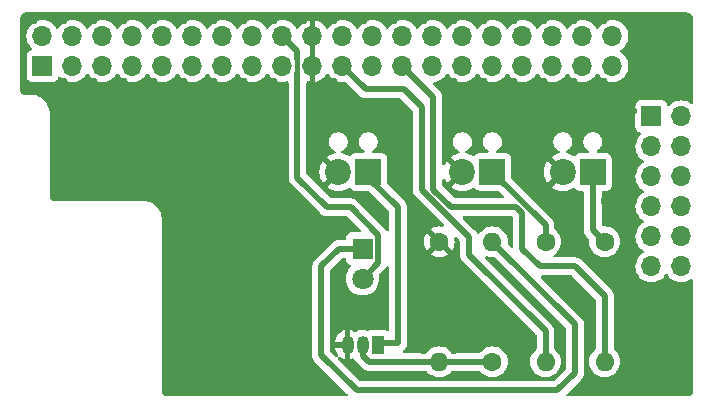
<source format=gbr>
%TF.GenerationSoftware,KiCad,Pcbnew,8.0.3*%
%TF.CreationDate,2024-07-21T00:31:23+02:00*%
%TF.ProjectId,ArmSoM_P2Pro_Interface,41726d53-6f4d-45f5-9032-50726f5f496e,rev?*%
%TF.SameCoordinates,Original*%
%TF.FileFunction,Copper,L1,Top*%
%TF.FilePolarity,Positive*%
%FSLAX46Y46*%
G04 Gerber Fmt 4.6, Leading zero omitted, Abs format (unit mm)*
G04 Created by KiCad (PCBNEW 8.0.3) date 2024-07-21 00:31:23*
%MOMM*%
%LPD*%
G01*
G04 APERTURE LIST*
%TA.AperFunction,ComponentPad*%
%ADD10C,1.600000*%
%TD*%
%TA.AperFunction,ComponentPad*%
%ADD11O,1.600000X1.600000*%
%TD*%
%TA.AperFunction,ComponentPad*%
%ADD12R,2.200000X2.200000*%
%TD*%
%TA.AperFunction,ComponentPad*%
%ADD13C,2.200000*%
%TD*%
%TA.AperFunction,ComponentPad*%
%ADD14R,1.800000X1.800000*%
%TD*%
%TA.AperFunction,ComponentPad*%
%ADD15C,1.800000*%
%TD*%
%TA.AperFunction,ComponentPad*%
%ADD16R,1.050000X1.500000*%
%TD*%
%TA.AperFunction,ComponentPad*%
%ADD17O,1.050000X1.500000*%
%TD*%
%TA.AperFunction,ComponentPad*%
%ADD18R,1.700000X1.700000*%
%TD*%
%TA.AperFunction,ComponentPad*%
%ADD19O,1.700000X1.700000*%
%TD*%
%TA.AperFunction,ViaPad*%
%ADD20C,0.600000*%
%TD*%
%TA.AperFunction,Conductor*%
%ADD21C,0.508000*%
%TD*%
%TA.AperFunction,Conductor*%
%ADD22C,0.381000*%
%TD*%
G04 APERTURE END LIST*
D10*
%TO.P,R2,1*%
%TO.N,Net-(J2-Pin_1)*%
X124500000Y-94920000D03*
D11*
%TO.P,R2,2*%
%TO.N,Net-(IC1-MICP1)*%
X124500000Y-105080000D03*
%TD*%
D12*
%TO.P,J3,1,Pin_1*%
%TO.N,/PTT*%
X104500000Y-89000000D03*
D13*
%TO.P,J3,2,Pin_2*%
%TO.N,GND*%
X101960000Y-89000000D03*
%TD*%
D14*
%TO.P,D1,1,K*%
%TO.N,Net-(D1-K)*%
X104000000Y-95500000D03*
D15*
%TO.P,D1,2,A*%
%TO.N,Net-(D1-A)*%
X104000000Y-98040000D03*
%TD*%
D10*
%TO.P,R4,1*%
%TO.N,GND*%
X110500000Y-94920000D03*
D11*
%TO.P,R4,2*%
%TO.N,Net-(Q1-B)*%
X110500000Y-105080000D03*
%TD*%
D10*
%TO.P,R3,1*%
%TO.N,Net-(Q1-B)*%
X115000000Y-105080000D03*
D11*
%TO.P,R3,2*%
%TO.N,Net-(D1-K)*%
X115000000Y-94920000D03*
%TD*%
D10*
%TO.P,R1,1*%
%TO.N,Net-(J1-Pin_1)*%
X119500000Y-94920000D03*
D11*
%TO.P,R1,2*%
%TO.N,Net-(IC1-LINEOUT_L)*%
X119500000Y-105080000D03*
%TD*%
D16*
%TO.P,Q1,1,C*%
%TO.N,/PTT*%
X105270000Y-103640000D03*
D17*
%TO.P,Q1,2,B*%
%TO.N,Net-(Q1-B)*%
X104000000Y-103640000D03*
%TO.P,Q1,3,E*%
%TO.N,GND*%
X102730000Y-103640000D03*
%TD*%
D12*
%TO.P,J1,1,Pin_1*%
%TO.N,Net-(J1-Pin_1)*%
X115000000Y-89000000D03*
D13*
%TO.P,J1,2,Pin_2*%
%TO.N,GND*%
X112460000Y-89000000D03*
%TD*%
D12*
%TO.P,J2,1,Pin_1*%
%TO.N,Net-(J2-Pin_1)*%
X123500000Y-89000000D03*
D13*
%TO.P,J2,2,Pin_2*%
%TO.N,GND*%
X120960000Y-89000000D03*
%TD*%
D18*
%TO.P,IC1,J4_1,3V3*%
%TO.N,+3.3V*%
X76905011Y-80040000D03*
D19*
%TO.P,IC1,J4_2,5V*%
%TO.N,unconnected-(IC1-5V-PadJ4_2)*%
X76905011Y-77500000D03*
%TO.P,IC1,J4_3,ADC_KEY_IN1*%
%TO.N,unconnected-(IC1-ADC_KEY_IN1-PadJ4_3)*%
X79445011Y-80040000D03*
%TO.P,IC1,J4_4,5V*%
%TO.N,unconnected-(IC1-5V-PadJ4_4)*%
X79445011Y-77500000D03*
%TO.P,IC1,J4_5,GPIO2_A5/I2S0_SCLK_TX*%
%TO.N,unconnected-(IC1-GPIO2_A5{slash}I2S0_SCLK_TX-PadJ4_5)*%
X81985011Y-80040000D03*
%TO.P,IC1,J4_6,SPDIF_TX/GPIO0_C1*%
%TO.N,unconnected-(IC1-SPDIF_TX{slash}GPIO0_C1-PadJ4_6)*%
X81985011Y-77500000D03*
%TO.P,IC1,J4_7,I2S0_SCLK_RX/GPIO2_A6/PDM_CLK*%
%TO.N,unconnected-(IC1-I2S0_SCLK_RX{slash}GPIO2_A6{slash}PDM_CLK-PadJ4_7)*%
X84525011Y-80040000D03*
%TO.P,IC1,J4_8,I2S0_LRCK_TX/GPIO2_A7*%
%TO.N,unconnected-(IC1-I2S0_LRCK_TX{slash}GPIO2_A7-PadJ4_8)*%
X84525011Y-77500000D03*
%TO.P,IC1,J4_9,I2S0_8CH_MCLK/GPIO2_A4/I2S0_MCLK*%
%TO.N,unconnected-(IC1-I2S0_8CH_MCLK{slash}GPIO2_A4{slash}I2S0_MCLK-PadJ4_9)*%
X87065011Y-80040000D03*
%TO.P,IC1,J4_10,I2S0_LRCK_RX/GPIO2_B0*%
%TO.N,unconnected-(IC1-I2S0_LRCK_RX{slash}GPIO2_B0-PadJ4_10)*%
X87065011Y-77500000D03*
%TO.P,IC1,J4_11,GPIO2_B1/I2S0_SDO0*%
%TO.N,unconnected-(IC1-GPIO2_B1{slash}I2S0_SDO0-PadJ4_11)*%
X89605011Y-80040000D03*
%TO.P,IC1,J4_12,PDM_SDI0/GPIO2_B5/I2S0_SDI0*%
%TO.N,unconnected-(IC1-PDM_SDI0{slash}GPIO2_B5{slash}I2S0_SDI0-PadJ4_12)*%
X89605011Y-77500000D03*
%TO.P,IC1,J4_13,GPIO2_B2/I2S0_SDO1*%
%TO.N,unconnected-(IC1-GPIO2_B2{slash}I2S0_SDO1-PadJ4_13)*%
X92145011Y-80040000D03*
%TO.P,IC1,J4_14,PDM_SDI1/GPIO2_B6/I2S0_SDI1*%
%TO.N,unconnected-(IC1-PDM_SDI1{slash}GPIO2_B6{slash}I2S0_SDI1-PadJ4_14)*%
X92145011Y-77500000D03*
%TO.P,IC1,J4_15,GPIO2_B3/I2S0_SDO2*%
%TO.N,unconnected-(IC1-GPIO2_B3{slash}I2S0_SDO2-PadJ4_15)*%
X94685011Y-80040000D03*
%TO.P,IC1,J4_16,PDM_SDI2/GPIO2_B7/I2S0_SDI2*%
%TO.N,unconnected-(IC1-PDM_SDI2{slash}GPIO2_B7{slash}I2S0_SDI2-PadJ4_16)*%
X94685011Y-77500000D03*
%TO.P,IC1,J4_17,GPIO2_B4/I2S0_SDO3*%
%TO.N,unconnected-(IC1-GPIO2_B4{slash}I2S0_SDO3-PadJ4_17)*%
X97225011Y-80040000D03*
%TO.P,IC1,J4_18,GPIO2_C0/PDM_SDI3/I2S0_SDI3*%
%TO.N,Net-(D1-A)*%
X97225011Y-77500000D03*
%TO.P,IC1,J4_19,GND*%
%TO.N,GND*%
X99765011Y-80040000D03*
%TO.P,IC1,J4_20,GND*%
X99765011Y-77500000D03*
%TO.P,IC1,J4_21,LINEOUT_L*%
%TO.N,Net-(IC1-LINEOUT_L)*%
X102305011Y-80040000D03*
%TO.P,IC1,J4_22,LINEOUT_R*%
%TO.N,unconnected-(IC1-LINEOUT_R-PadJ4_22)*%
X102305011Y-77500000D03*
%TO.P,IC1,J4_23,MICBIAS1*%
%TO.N,unconnected-(IC1-MICBIAS1-PadJ4_23)*%
X104845011Y-80040000D03*
%TO.P,IC1,J4_24,MICBIAS2*%
%TO.N,unconnected-(IC1-MICBIAS2-PadJ4_24)*%
X104845011Y-77500000D03*
%TO.P,IC1,J4_25,MICP1*%
%TO.N,Net-(IC1-MICP1)*%
X107385011Y-80040000D03*
%TO.P,IC1,J4_26,MICN1*%
%TO.N,unconnected-(IC1-MICN1-PadJ4_26)*%
X107385011Y-77500000D03*
%TO.P,IC1,J4_27,MICP2*%
%TO.N,unconnected-(IC1-MICP2-PadJ4_27)*%
X109925011Y-80040000D03*
%TO.P,IC1,J4_28,MICN2*%
%TO.N,unconnected-(IC1-MICN2-PadJ4_28)*%
X109925011Y-77500000D03*
%TO.P,IC1,J4_29,MICP3*%
%TO.N,unconnected-(IC1-MICP3-PadJ4_29)*%
X112465011Y-80040000D03*
%TO.P,IC1,J4_30,MICN3*%
%TO.N,unconnected-(IC1-MICN3-PadJ4_30)*%
X112465011Y-77500000D03*
%TO.P,IC1,J4_31,MICP4*%
%TO.N,unconnected-(IC1-MICP4-PadJ4_31)*%
X115005011Y-80040000D03*
%TO.P,IC1,J4_32,MICN4*%
%TO.N,unconnected-(IC1-MICN4-PadJ4_32)*%
X115005011Y-77500000D03*
%TO.P,IC1,J4_33,MICP5*%
%TO.N,unconnected-(IC1-MICP5-PadJ4_33)*%
X117545011Y-80040000D03*
%TO.P,IC1,J4_34,MICN5*%
%TO.N,unconnected-(IC1-MICN5-PadJ4_34)*%
X117545011Y-77500000D03*
%TO.P,IC1,J4_35,MICP6*%
%TO.N,unconnected-(IC1-MICP6-PadJ4_35)*%
X120085011Y-80040000D03*
%TO.P,IC1,J4_36,MICN6*%
%TO.N,unconnected-(IC1-MICN6-PadJ4_36)*%
X120085011Y-77500000D03*
%TO.P,IC1,J4_37,MICP7*%
%TO.N,unconnected-(IC1-MICP7-PadJ4_37)*%
X122625011Y-80040000D03*
%TO.P,IC1,J4_38,MICN7*%
%TO.N,unconnected-(IC1-MICN7-PadJ4_38)*%
X122625011Y-77500000D03*
%TO.P,IC1,J4_39,MICP8*%
%TO.N,unconnected-(IC1-MICP8-PadJ4_39)*%
X125165011Y-80040000D03*
%TO.P,IC1,J4_40,MICN8*%
%TO.N,unconnected-(IC1-MICN8-PadJ4_40)*%
X125165011Y-77500000D03*
D18*
%TO.P,IC1,J11_1,UART0_TX/GPIO2_A1/SPI0_TX*%
%TO.N,unconnected-(IC1-UART0_TX{slash}GPIO2_A1{slash}SPI0_TX-PadJ11_1)*%
X128460000Y-84300000D03*
D19*
%TO.P,IC1,J11_2,I2C1_SDA/GPIO0_B3*%
%TO.N,unconnected-(IC1-I2C1_SDA{slash}GPIO0_B3-PadJ11_2)*%
X131000000Y-84300000D03*
%TO.P,IC1,J11_3,UART0_RX/GPIO2_A0/SPI0_RX*%
%TO.N,unconnected-(IC1-UART0_RX{slash}GPIO2_A0{slash}SPI0_RX-PadJ11_3)*%
X128460000Y-86840000D03*
%TO.P,IC1,J11_4,I2C1_SCL/GPIO0_B4*%
%TO.N,unconnected-(IC1-I2C1_SCL{slash}GPIO0_B4-PadJ11_4)*%
X131000000Y-86840000D03*
%TO.P,IC1,J11_5,UART0_TX/GPIO2_A1/SPI0_TX*%
%TO.N,unconnected-(IC1-UART0_TX{slash}GPIO2_A1{slash}SPI0_TX-PadJ11_5)*%
X128460000Y-89380000D03*
%TO.P,IC1,J11_6,VCC_IO_+3.3V*%
%TO.N,unconnected-(IC1-VCC_IO_+3.3V-PadJ11_6)*%
X131000000Y-89380000D03*
%TO.P,IC1,J11_7,SPI2_CLK/I2C0_SDA/GPIO1_D0/UART1_TX*%
%TO.N,unconnected-(IC1-SPI2_CLK{slash}I2C0_SDA{slash}GPIO1_D0{slash}UART1_TX-PadJ11_7)*%
X128460000Y-91920000D03*
%TO.P,IC1,J11_8,GND*%
%TO.N,unconnected-(IC1-GND-PadJ11_8)*%
X131000000Y-91920000D03*
%TO.P,IC1,J11_9,JTAG_TMS/UART2_TX_M0/GPIO1_C7_/_SPI2_TX*%
%TO.N,unconnected-(IC1-JTAG_TMS{slash}UART2_TX_M0{slash}GPIO1_C7_{slash}_SPI2_TX-PadJ11_9)*%
X128460000Y-94460000D03*
%TO.P,IC1,J11_10,PWM2/GPIO0_B7/I2C3_SDA*%
%TO.N,unconnected-(IC1-PWM2{slash}GPIO0_B7{slash}I2C3_SDA-PadJ11_10)*%
X131000000Y-94460000D03*
%TO.P,IC1,J11_11,JTAG_TCK/UART2_RX_M0/GPIO1_C6/SPI2_RX*%
%TO.N,unconnected-(IC1-JTAG_TCK{slash}UART2_RX_M0{slash}GPIO1_C6{slash}SPI2_RX-PadJ11_11)*%
X128460000Y-97000000D03*
%TO.P,IC1,J11_12,PWM3_GPIO0_C0/IR_RX*%
%TO.N,unconnected-(IC1-PWM3_GPIO0_C0{slash}IR_RX-PadJ11_12)*%
X131000000Y-97000000D03*
%TD*%
D20*
%TO.N,GND*%
X124460000Y-91440000D03*
X123190000Y-100965000D03*
X116205000Y-93345000D03*
X113665000Y-93345000D03*
X124460000Y-97155000D03*
X121920000Y-95885000D03*
X121920000Y-93980000D03*
X121920000Y-91440000D03*
X120015000Y-91440000D03*
X118110000Y-88900000D03*
X118110000Y-86360000D03*
X113665000Y-90805000D03*
X101600000Y-81280000D03*
X96520000Y-81280000D03*
X93980000Y-81280000D03*
X91440000Y-81280000D03*
X88900000Y-81280000D03*
X86360000Y-81280000D03*
X83820000Y-81280000D03*
X81280000Y-81280000D03*
X78740000Y-81280000D03*
X76200000Y-76200000D03*
X78740000Y-76200000D03*
X81280000Y-76200000D03*
X83820000Y-76200000D03*
X86360000Y-76200000D03*
X88900000Y-76200000D03*
X91440000Y-76200000D03*
X93980000Y-76200000D03*
X96520000Y-76200000D03*
X99060000Y-76200000D03*
X101600000Y-76200000D03*
X104140000Y-76200000D03*
X106680000Y-76200000D03*
X109220000Y-76200000D03*
X111760000Y-76200000D03*
X114300000Y-76200000D03*
X116840000Y-76200000D03*
X119380000Y-76200000D03*
X121920000Y-76200000D03*
X124460000Y-76200000D03*
X129540000Y-78740000D03*
X127000000Y-78740000D03*
X127000000Y-76200000D03*
X129540000Y-76200000D03*
X129540000Y-81280000D03*
X127000000Y-81280000D03*
X124460000Y-81280000D03*
X121920000Y-81280000D03*
X119380000Y-81280000D03*
X116840000Y-81280000D03*
X114300000Y-81280000D03*
X111760000Y-81280000D03*
X111760000Y-83820000D03*
X114300000Y-83820000D03*
X116840000Y-83820000D03*
X119380000Y-83820000D03*
X121920000Y-83820000D03*
X124460000Y-83820000D03*
X127000000Y-83820000D03*
X127000000Y-86360000D03*
X127000000Y-88900000D03*
X127000000Y-91440000D03*
X127000000Y-93980000D03*
X127000000Y-96520000D03*
X127000000Y-99060000D03*
X127000000Y-101600000D03*
X127000000Y-104140000D03*
X129540000Y-104140000D03*
X129540000Y-101600000D03*
X129540000Y-99060000D03*
X129540000Y-106680000D03*
X127000000Y-106680000D03*
X124460000Y-106680000D03*
X121920000Y-99060000D03*
X111760000Y-96520000D03*
X114300000Y-99060000D03*
X111760000Y-99060000D03*
X111760000Y-101600000D03*
X114300000Y-101600000D03*
X116840000Y-101600000D03*
X116840000Y-104140000D03*
X111760000Y-104140000D03*
X109220000Y-104140000D03*
X109220000Y-101600000D03*
X109220000Y-99060000D03*
X109220000Y-96520000D03*
X109220000Y-93980000D03*
X104140000Y-91440000D03*
X106680000Y-88900000D03*
X106680000Y-86360000D03*
X106680000Y-83820000D03*
X104140000Y-83820000D03*
X101600000Y-83820000D03*
X93980000Y-96520000D03*
X91440000Y-96520000D03*
X91440000Y-99060000D03*
X93980000Y-99060000D03*
X93980000Y-101600000D03*
X91440000Y-101600000D03*
X91440000Y-104140000D03*
X93980000Y-104140000D03*
X96520000Y-104140000D03*
X96520000Y-101600000D03*
X96520000Y-99060000D03*
X96520000Y-96520000D03*
X96520000Y-93980000D03*
X93980000Y-93980000D03*
X91440000Y-93980000D03*
X91440000Y-91440000D03*
X91440000Y-88900000D03*
X93980000Y-91440000D03*
X93980000Y-88900000D03*
X93980000Y-86360000D03*
X91440000Y-86360000D03*
X88900000Y-86360000D03*
X86360000Y-86360000D03*
X83820000Y-86360000D03*
X88900000Y-88900000D03*
X86360000Y-88900000D03*
X83820000Y-88900000D03*
X88900000Y-91440000D03*
X88900000Y-93980000D03*
X88900000Y-96520000D03*
X88900000Y-99060000D03*
X88900000Y-101600000D03*
X88900000Y-104140000D03*
X88900000Y-106680000D03*
X91440000Y-106680000D03*
X93980000Y-106680000D03*
X96520000Y-106680000D03*
X99060000Y-106680000D03*
X99060000Y-104140000D03*
X99060000Y-101600000D03*
X99060000Y-99060000D03*
X99060000Y-96520000D03*
X101600000Y-93980000D03*
X99060000Y-93980000D03*
X96520000Y-91440000D03*
X96520000Y-88900000D03*
X96520000Y-86360000D03*
X96520000Y-83820000D03*
X93980000Y-83820000D03*
X91440000Y-83820000D03*
X88900000Y-83820000D03*
X86360000Y-83820000D03*
X83820000Y-83820000D03*
X81280000Y-83820000D03*
X81280000Y-86360000D03*
X81280000Y-88900000D03*
X78740000Y-88900000D03*
X78740000Y-86360000D03*
X78740000Y-83820000D03*
%TD*%
D21*
%TO.N,Net-(D1-K)*%
X122000000Y-106000000D02*
X122000000Y-101920000D01*
X122000000Y-101920000D02*
X115000000Y-94920000D01*
X100500000Y-97000000D02*
X100500000Y-104500000D01*
X120500000Y-107500000D02*
X122000000Y-106000000D01*
X102000000Y-95500000D02*
X100500000Y-97000000D01*
X104000000Y-95500000D02*
X102000000Y-95500000D01*
X100500000Y-104500000D02*
X103500000Y-107500000D01*
X103500000Y-107500000D02*
X120500000Y-107500000D01*
%TO.N,Net-(IC1-LINEOUT_L)*%
X107500000Y-82000000D02*
X104265011Y-82000000D01*
X109000000Y-83500000D02*
X107500000Y-82000000D01*
X109000000Y-90501264D02*
X109000000Y-83500000D01*
X111208000Y-92708000D02*
X111206736Y-92708000D01*
X113000000Y-94500000D02*
X111208000Y-92708000D01*
X104265011Y-82000000D02*
X102305011Y-80040000D01*
X119500000Y-102500000D02*
X113000000Y-96000000D01*
X113000000Y-96000000D02*
X113000000Y-94500000D01*
X111206736Y-92708000D02*
X109000000Y-90501264D01*
X119500000Y-105080000D02*
X119500000Y-102500000D01*
%TO.N,Net-(IC1-MICP1)*%
X110000000Y-90500000D02*
X110000000Y-82654989D01*
X116998736Y-92000000D02*
X111500000Y-92000000D01*
X117500000Y-92501264D02*
X116998736Y-92000000D01*
X119000000Y-97000000D02*
X117500000Y-95500000D01*
X110000000Y-82654989D02*
X107385011Y-80040000D01*
X122000000Y-97000000D02*
X119000000Y-97000000D01*
X117500000Y-95500000D02*
X117500000Y-92501264D01*
X111500000Y-92000000D02*
X110000000Y-90500000D01*
X124500000Y-99500000D02*
X122000000Y-97000000D01*
X124500000Y-105080000D02*
X124500000Y-99500000D01*
%TO.N,Net-(D1-A)*%
X105354000Y-96686000D02*
X104000000Y-98040000D01*
X105354000Y-94354000D02*
X105354000Y-96686000D01*
X101000000Y-92000000D02*
X103000000Y-92000000D01*
X103000000Y-92000000D02*
X105354000Y-94354000D01*
X98495011Y-89495011D02*
X101000000Y-92000000D01*
X98495011Y-80614135D02*
X98495011Y-89495011D01*
D22*
X98495011Y-80614135D02*
X98495011Y-79465865D01*
D21*
X98495011Y-78770000D02*
X98495011Y-79465865D01*
X97225011Y-77500000D02*
X98495011Y-78770000D01*
%TO.N,Net-(Q1-B)*%
X104527000Y-105080000D02*
X104000000Y-104553000D01*
X110500000Y-105080000D02*
X104527000Y-105080000D01*
X104000000Y-104553000D02*
X104000000Y-103640000D01*
X115000000Y-105080000D02*
X110500000Y-105080000D01*
%TO.N,Net-(J2-Pin_1)*%
X123500000Y-93920000D02*
X124500000Y-94920000D01*
X123500000Y-89000000D02*
X123500000Y-93920000D01*
%TO.N,Net-(J1-Pin_1)*%
X119500000Y-93500000D02*
X119500000Y-94920000D01*
X115000000Y-89000000D02*
X119500000Y-93500000D01*
%TO.N,/PTT*%
X107000000Y-103500000D02*
X105410000Y-103500000D01*
X107000000Y-92000000D02*
X107000000Y-103500000D01*
X104500000Y-89500000D02*
X107000000Y-92000000D01*
X104500000Y-89000000D02*
X104500000Y-89500000D01*
X105410000Y-103500000D02*
X105270000Y-103640000D01*
%TD*%
%TA.AperFunction,Conductor*%
%TO.N,GND*%
G36*
X131506923Y-75501280D02*
G01*
X131597267Y-75511459D01*
X131624334Y-75517637D01*
X131703541Y-75545352D01*
X131728553Y-75557397D01*
X131799603Y-75602042D01*
X131799605Y-75602043D01*
X131821313Y-75619355D01*
X131880644Y-75678686D01*
X131897957Y-75700395D01*
X131942602Y-75771447D01*
X131954646Y-75796456D01*
X131982364Y-75875668D01*
X131988541Y-75902735D01*
X131998720Y-75993077D01*
X131999500Y-76006960D01*
X131999500Y-83112998D01*
X131979815Y-83180037D01*
X131927011Y-83225792D01*
X131857853Y-83235736D01*
X131804377Y-83214573D01*
X131677834Y-83125967D01*
X131677830Y-83125965D01*
X131650022Y-83112998D01*
X131463663Y-83026097D01*
X131463659Y-83026096D01*
X131463655Y-83026094D01*
X131235413Y-82964938D01*
X131235403Y-82964936D01*
X131000001Y-82944341D01*
X130999999Y-82944341D01*
X130764596Y-82964936D01*
X130764586Y-82964938D01*
X130536344Y-83026094D01*
X130536335Y-83026098D01*
X130322171Y-83125964D01*
X130322169Y-83125965D01*
X130128600Y-83261503D01*
X130006673Y-83383430D01*
X129945350Y-83416914D01*
X129875658Y-83411930D01*
X129819725Y-83370058D01*
X129802810Y-83339081D01*
X129753797Y-83207671D01*
X129753793Y-83207664D01*
X129667547Y-83092455D01*
X129667544Y-83092452D01*
X129552335Y-83006206D01*
X129552328Y-83006202D01*
X129417482Y-82955908D01*
X129417483Y-82955908D01*
X129357883Y-82949501D01*
X129357881Y-82949500D01*
X129357873Y-82949500D01*
X129357864Y-82949500D01*
X127562129Y-82949500D01*
X127562123Y-82949501D01*
X127502516Y-82955908D01*
X127367671Y-83006202D01*
X127367664Y-83006206D01*
X127252455Y-83092452D01*
X127252452Y-83092455D01*
X127166206Y-83207664D01*
X127166202Y-83207671D01*
X127115908Y-83342517D01*
X127109501Y-83402116D01*
X127109500Y-83402135D01*
X127109500Y-85197870D01*
X127109501Y-85197876D01*
X127115908Y-85257483D01*
X127166202Y-85392328D01*
X127166206Y-85392335D01*
X127252452Y-85507544D01*
X127252455Y-85507547D01*
X127367664Y-85593793D01*
X127367671Y-85593797D01*
X127499081Y-85642810D01*
X127555015Y-85684681D01*
X127579432Y-85750145D01*
X127564580Y-85818418D01*
X127543430Y-85846673D01*
X127421503Y-85968600D01*
X127285965Y-86162169D01*
X127285964Y-86162171D01*
X127186098Y-86376335D01*
X127186094Y-86376344D01*
X127124938Y-86604586D01*
X127124936Y-86604596D01*
X127104341Y-86839999D01*
X127104341Y-86840000D01*
X127124936Y-87075403D01*
X127124938Y-87075413D01*
X127186094Y-87303655D01*
X127186096Y-87303659D01*
X127186097Y-87303663D01*
X127242039Y-87423631D01*
X127285965Y-87517830D01*
X127285967Y-87517834D01*
X127357160Y-87619507D01*
X127421501Y-87711396D01*
X127421506Y-87711402D01*
X127588597Y-87878493D01*
X127588603Y-87878498D01*
X127774158Y-88008425D01*
X127817783Y-88063002D01*
X127824977Y-88132500D01*
X127793454Y-88194855D01*
X127774158Y-88211575D01*
X127588597Y-88341505D01*
X127421505Y-88508597D01*
X127285965Y-88702169D01*
X127285964Y-88702171D01*
X127186098Y-88916335D01*
X127186094Y-88916344D01*
X127124938Y-89144586D01*
X127124936Y-89144596D01*
X127104341Y-89379999D01*
X127104341Y-89380000D01*
X127124936Y-89615403D01*
X127124938Y-89615413D01*
X127186094Y-89843655D01*
X127186096Y-89843659D01*
X127186097Y-89843663D01*
X127266004Y-90015023D01*
X127285965Y-90057830D01*
X127285967Y-90057834D01*
X127349013Y-90147872D01*
X127421501Y-90251396D01*
X127421506Y-90251402D01*
X127588597Y-90418493D01*
X127588603Y-90418498D01*
X127774158Y-90548425D01*
X127817783Y-90603002D01*
X127824977Y-90672500D01*
X127793454Y-90734855D01*
X127774158Y-90751575D01*
X127588597Y-90881505D01*
X127421505Y-91048597D01*
X127285965Y-91242169D01*
X127285964Y-91242171D01*
X127186098Y-91456335D01*
X127186094Y-91456344D01*
X127124938Y-91684586D01*
X127124936Y-91684596D01*
X127104341Y-91919999D01*
X127104341Y-91920000D01*
X127124936Y-92155403D01*
X127124938Y-92155413D01*
X127186094Y-92383655D01*
X127186096Y-92383659D01*
X127186097Y-92383663D01*
X127240579Y-92500500D01*
X127285965Y-92597830D01*
X127285967Y-92597834D01*
X127375363Y-92725504D01*
X127421501Y-92791396D01*
X127421506Y-92791402D01*
X127588597Y-92958493D01*
X127588603Y-92958498D01*
X127774158Y-93088425D01*
X127817783Y-93143002D01*
X127824977Y-93212500D01*
X127793454Y-93274855D01*
X127774158Y-93291575D01*
X127588597Y-93421505D01*
X127421505Y-93588597D01*
X127285965Y-93782169D01*
X127285964Y-93782171D01*
X127186098Y-93996335D01*
X127186094Y-93996344D01*
X127124938Y-94224586D01*
X127124936Y-94224596D01*
X127104341Y-94459999D01*
X127104341Y-94460000D01*
X127124936Y-94695403D01*
X127124938Y-94695413D01*
X127186094Y-94923655D01*
X127186096Y-94923659D01*
X127186097Y-94923663D01*
X127256384Y-95074394D01*
X127285965Y-95137830D01*
X127285967Y-95137834D01*
X127357561Y-95240080D01*
X127421501Y-95331396D01*
X127421506Y-95331402D01*
X127588597Y-95498493D01*
X127588603Y-95498498D01*
X127774158Y-95628425D01*
X127817783Y-95683002D01*
X127824977Y-95752500D01*
X127793454Y-95814855D01*
X127774158Y-95831575D01*
X127588597Y-95961505D01*
X127421505Y-96128597D01*
X127285965Y-96322169D01*
X127285964Y-96322171D01*
X127186098Y-96536335D01*
X127186094Y-96536344D01*
X127124938Y-96764586D01*
X127124936Y-96764596D01*
X127104341Y-96999999D01*
X127104341Y-97000000D01*
X127124936Y-97235403D01*
X127124938Y-97235413D01*
X127186094Y-97463655D01*
X127186096Y-97463659D01*
X127186097Y-97463663D01*
X127266004Y-97635023D01*
X127285965Y-97677830D01*
X127285967Y-97677834D01*
X127374052Y-97803631D01*
X127421505Y-97871401D01*
X127588599Y-98038495D01*
X127685384Y-98106265D01*
X127782165Y-98174032D01*
X127782167Y-98174033D01*
X127782170Y-98174035D01*
X127996337Y-98273903D01*
X128224592Y-98335063D01*
X128412918Y-98351539D01*
X128459999Y-98355659D01*
X128460000Y-98355659D01*
X128460001Y-98355659D01*
X128499234Y-98352226D01*
X128695408Y-98335063D01*
X128923663Y-98273903D01*
X129137830Y-98174035D01*
X129331401Y-98038495D01*
X129498495Y-97871401D01*
X129628425Y-97685842D01*
X129683002Y-97642217D01*
X129752500Y-97635023D01*
X129814855Y-97666546D01*
X129831575Y-97685842D01*
X129961500Y-97871395D01*
X129961505Y-97871401D01*
X130128599Y-98038495D01*
X130225384Y-98106265D01*
X130322165Y-98174032D01*
X130322167Y-98174033D01*
X130322170Y-98174035D01*
X130536337Y-98273903D01*
X130764592Y-98335063D01*
X130952918Y-98351539D01*
X130999999Y-98355659D01*
X131000000Y-98355659D01*
X131000001Y-98355659D01*
X131039234Y-98352226D01*
X131235408Y-98335063D01*
X131463663Y-98273903D01*
X131677830Y-98174035D01*
X131804377Y-98085425D01*
X131870583Y-98063099D01*
X131938350Y-98080109D01*
X131986163Y-98131057D01*
X131999500Y-98187001D01*
X131999500Y-107493039D01*
X131998720Y-107506922D01*
X131988541Y-107597264D01*
X131982363Y-107624332D01*
X131954649Y-107703537D01*
X131942602Y-107728552D01*
X131897957Y-107799604D01*
X131880644Y-107821313D01*
X131821313Y-107880644D01*
X131799605Y-107897956D01*
X131728558Y-107942599D01*
X131703538Y-107954648D01*
X131624333Y-107982362D01*
X131597265Y-107988540D01*
X131517076Y-107997576D01*
X131506922Y-107998720D01*
X131493039Y-107999500D01*
X121366887Y-107999500D01*
X121299848Y-107979815D01*
X121254093Y-107927011D01*
X121244149Y-107857853D01*
X121273174Y-107794297D01*
X121279206Y-107787819D01*
X121632916Y-107434108D01*
X122480963Y-106586060D01*
X122480966Y-106586059D01*
X122586059Y-106480966D01*
X122668629Y-106357390D01*
X122725505Y-106220080D01*
X122754500Y-106074312D01*
X122754500Y-102000446D01*
X122754501Y-102000425D01*
X122754501Y-101845685D01*
X122725506Y-101699926D01*
X122725505Y-101699925D01*
X122725505Y-101699921D01*
X122668630Y-101562611D01*
X122586059Y-101439034D01*
X122586057Y-101439031D01*
X122586056Y-101439030D01*
X119113206Y-97966181D01*
X119079721Y-97904858D01*
X119084705Y-97835166D01*
X119126577Y-97779233D01*
X119192041Y-97754816D01*
X119200887Y-97754500D01*
X121636113Y-97754500D01*
X121703152Y-97774185D01*
X121723794Y-97790819D01*
X123709181Y-99776205D01*
X123742666Y-99837528D01*
X123745500Y-99863886D01*
X123745500Y-103956138D01*
X123725815Y-104023177D01*
X123692626Y-104057710D01*
X123660861Y-104079953D01*
X123499951Y-104240862D01*
X123369432Y-104427265D01*
X123369431Y-104427267D01*
X123273261Y-104633502D01*
X123273258Y-104633511D01*
X123214366Y-104853302D01*
X123214364Y-104853313D01*
X123194532Y-105079998D01*
X123194532Y-105080001D01*
X123214364Y-105306686D01*
X123214366Y-105306697D01*
X123273258Y-105526488D01*
X123273261Y-105526497D01*
X123369431Y-105732732D01*
X123369432Y-105732734D01*
X123499954Y-105919141D01*
X123660858Y-106080045D01*
X123660861Y-106080047D01*
X123847266Y-106210568D01*
X124053504Y-106306739D01*
X124273308Y-106365635D01*
X124435230Y-106379801D01*
X124499998Y-106385468D01*
X124500000Y-106385468D01*
X124500002Y-106385468D01*
X124556673Y-106380509D01*
X124726692Y-106365635D01*
X124946496Y-106306739D01*
X125152734Y-106210568D01*
X125339139Y-106080047D01*
X125500047Y-105919139D01*
X125630568Y-105732734D01*
X125726739Y-105526496D01*
X125785635Y-105306692D01*
X125805468Y-105080000D01*
X125785635Y-104853308D01*
X125726739Y-104633504D01*
X125630568Y-104427266D01*
X125509597Y-104254500D01*
X125500048Y-104240862D01*
X125421657Y-104162471D01*
X125339139Y-104079953D01*
X125307374Y-104057710D01*
X125263751Y-104003135D01*
X125254500Y-103956138D01*
X125254500Y-99580446D01*
X125254501Y-99580425D01*
X125254501Y-99425685D01*
X125225506Y-99279926D01*
X125225505Y-99279925D01*
X125225505Y-99279921D01*
X125168630Y-99142611D01*
X125141230Y-99101605D01*
X125086059Y-99019034D01*
X125086057Y-99019032D01*
X125086055Y-99019029D01*
X124976647Y-98909621D01*
X124976624Y-98909600D01*
X122480969Y-96413943D01*
X122480968Y-96413942D01*
X122427924Y-96378500D01*
X122357389Y-96331370D01*
X122357386Y-96331368D01*
X122357385Y-96331368D01*
X122276955Y-96298053D01*
X122220080Y-96274495D01*
X122195894Y-96269684D01*
X122074314Y-96245499D01*
X122074312Y-96245499D01*
X121925688Y-96245499D01*
X121919574Y-96245499D01*
X121919554Y-96245500D01*
X120267620Y-96245500D01*
X120200581Y-96225815D01*
X120154826Y-96173011D01*
X120144882Y-96103853D01*
X120173907Y-96040297D01*
X120196497Y-96019925D01*
X120339139Y-95920047D01*
X120500047Y-95759139D01*
X120630568Y-95572734D01*
X120726739Y-95366496D01*
X120785635Y-95146692D01*
X120804415Y-94932032D01*
X120805468Y-94920001D01*
X120805468Y-94919998D01*
X120796065Y-94812524D01*
X120785635Y-94693308D01*
X120738944Y-94519054D01*
X120726741Y-94473511D01*
X120726738Y-94473502D01*
X120692915Y-94400969D01*
X120630568Y-94267266D01*
X120543287Y-94142614D01*
X120500048Y-94080862D01*
X120434285Y-94015099D01*
X120339139Y-93919953D01*
X120307374Y-93897710D01*
X120263751Y-93843135D01*
X120254500Y-93796138D01*
X120254500Y-93580446D01*
X120254501Y-93580425D01*
X120254501Y-93425685D01*
X120225506Y-93279926D01*
X120225505Y-93279925D01*
X120225505Y-93279921D01*
X120168630Y-93142611D01*
X120086059Y-93019034D01*
X120086057Y-93019031D01*
X116636818Y-89569792D01*
X116603333Y-89508469D01*
X116600499Y-89482111D01*
X116600499Y-89000000D01*
X119355052Y-89000000D01*
X119374812Y-89251072D01*
X119433603Y-89495956D01*
X119529980Y-89728631D01*
X119661568Y-89943362D01*
X119662266Y-89944179D01*
X120436212Y-89170234D01*
X120447482Y-89212292D01*
X120519890Y-89337708D01*
X120622292Y-89440110D01*
X120747708Y-89512518D01*
X120789763Y-89523787D01*
X120015819Y-90297732D01*
X120015819Y-90297733D01*
X120016634Y-90298429D01*
X120231368Y-90430019D01*
X120464043Y-90526396D01*
X120708927Y-90585187D01*
X120960000Y-90604947D01*
X121211072Y-90585187D01*
X121455956Y-90526396D01*
X121688627Y-90430020D01*
X121820714Y-90349077D01*
X121888160Y-90330832D01*
X121954763Y-90351948D01*
X121984771Y-90380492D01*
X122042455Y-90457547D01*
X122157664Y-90543793D01*
X122157671Y-90543797D01*
X122170080Y-90548425D01*
X122292517Y-90594091D01*
X122352127Y-90600500D01*
X122621501Y-90600499D01*
X122688539Y-90620183D01*
X122734294Y-90672987D01*
X122745500Y-90724499D01*
X122745500Y-93840552D01*
X122745499Y-93840578D01*
X122745499Y-93994313D01*
X122754214Y-94038126D01*
X122766423Y-94099500D01*
X122772201Y-94128545D01*
X122774495Y-94140081D01*
X122781173Y-94156202D01*
X122781174Y-94156204D01*
X122831368Y-94277385D01*
X122831372Y-94277392D01*
X122913942Y-94400968D01*
X122913943Y-94400969D01*
X123172827Y-94659852D01*
X123206312Y-94721175D01*
X123208674Y-94758339D01*
X123194532Y-94919996D01*
X123194532Y-94920001D01*
X123214364Y-95146686D01*
X123214366Y-95146697D01*
X123273258Y-95366488D01*
X123273261Y-95366497D01*
X123369431Y-95572732D01*
X123369432Y-95572734D01*
X123499954Y-95759141D01*
X123660858Y-95920045D01*
X123660861Y-95920047D01*
X123847266Y-96050568D01*
X124053504Y-96146739D01*
X124273308Y-96205635D01*
X124435230Y-96219801D01*
X124499998Y-96225468D01*
X124500000Y-96225468D01*
X124500002Y-96225468D01*
X124561688Y-96220071D01*
X124726692Y-96205635D01*
X124946496Y-96146739D01*
X125152734Y-96050568D01*
X125339139Y-95920047D01*
X125500047Y-95759139D01*
X125630568Y-95572734D01*
X125726739Y-95366496D01*
X125785635Y-95146692D01*
X125804415Y-94932032D01*
X125805468Y-94920001D01*
X125805468Y-94919998D01*
X125796065Y-94812524D01*
X125785635Y-94693308D01*
X125738944Y-94519054D01*
X125726741Y-94473511D01*
X125726738Y-94473502D01*
X125692915Y-94400969D01*
X125630568Y-94267266D01*
X125517585Y-94105908D01*
X125500045Y-94080858D01*
X125339141Y-93919954D01*
X125152734Y-93789432D01*
X125152732Y-93789431D01*
X124946497Y-93693261D01*
X124946488Y-93693258D01*
X124726697Y-93634366D01*
X124726693Y-93634365D01*
X124726692Y-93634365D01*
X124726691Y-93634364D01*
X124726686Y-93634364D01*
X124500002Y-93614532D01*
X124499996Y-93614532D01*
X124389306Y-93624215D01*
X124320806Y-93610448D01*
X124270624Y-93561832D01*
X124254500Y-93500687D01*
X124254500Y-90724499D01*
X124274185Y-90657460D01*
X124326989Y-90611705D01*
X124378500Y-90600499D01*
X124647871Y-90600499D01*
X124647872Y-90600499D01*
X124707483Y-90594091D01*
X124842331Y-90543796D01*
X124957546Y-90457546D01*
X125043796Y-90342331D01*
X125094091Y-90207483D01*
X125100500Y-90147873D01*
X125100499Y-87852128D01*
X125094091Y-87792517D01*
X125063834Y-87711395D01*
X125043797Y-87657671D01*
X125043793Y-87657664D01*
X124957547Y-87542455D01*
X124957544Y-87542452D01*
X124842335Y-87456206D01*
X124842328Y-87456202D01*
X124707482Y-87405908D01*
X124707483Y-87405908D01*
X124647883Y-87399501D01*
X124647881Y-87399500D01*
X124647873Y-87399500D01*
X124647865Y-87399500D01*
X123943574Y-87399500D01*
X123876535Y-87379815D01*
X123830780Y-87327011D01*
X123820836Y-87257853D01*
X123849861Y-87194297D01*
X123874683Y-87172398D01*
X124010289Y-87081789D01*
X124121786Y-86970292D01*
X124121789Y-86970289D01*
X124209394Y-86839179D01*
X124269737Y-86693497D01*
X124300500Y-86538842D01*
X124300500Y-86381158D01*
X124300500Y-86381155D01*
X124300499Y-86381153D01*
X124269738Y-86226510D01*
X124269737Y-86226503D01*
X124239771Y-86154158D01*
X124209397Y-86080827D01*
X124209390Y-86080814D01*
X124121789Y-85949711D01*
X124121786Y-85949707D01*
X124010292Y-85838213D01*
X124010288Y-85838210D01*
X123879185Y-85750609D01*
X123879172Y-85750602D01*
X123733501Y-85690264D01*
X123733489Y-85690261D01*
X123578845Y-85659500D01*
X123578842Y-85659500D01*
X123421158Y-85659500D01*
X123421155Y-85659500D01*
X123266510Y-85690261D01*
X123266498Y-85690264D01*
X123120827Y-85750602D01*
X123120814Y-85750609D01*
X122989711Y-85838210D01*
X122989707Y-85838213D01*
X122878213Y-85949707D01*
X122878210Y-85949711D01*
X122790609Y-86080814D01*
X122790602Y-86080827D01*
X122730264Y-86226498D01*
X122730261Y-86226510D01*
X122699500Y-86381153D01*
X122699500Y-86538846D01*
X122730261Y-86693489D01*
X122730264Y-86693501D01*
X122790602Y-86839172D01*
X122790609Y-86839185D01*
X122878210Y-86970288D01*
X122878213Y-86970292D01*
X122989707Y-87081786D01*
X122989711Y-87081789D01*
X123125316Y-87172398D01*
X123170121Y-87226010D01*
X123178828Y-87295335D01*
X123148674Y-87358363D01*
X123089230Y-87395082D01*
X123056425Y-87399500D01*
X122352129Y-87399500D01*
X122352123Y-87399501D01*
X122292516Y-87405908D01*
X122157671Y-87456202D01*
X122157664Y-87456206D01*
X122042455Y-87542452D01*
X121984771Y-87619507D01*
X121928836Y-87661378D01*
X121859145Y-87666361D01*
X121820715Y-87650922D01*
X121688631Y-87569980D01*
X121455956Y-87473603D01*
X121288170Y-87433322D01*
X121227578Y-87398531D01*
X121195414Y-87336505D01*
X121201890Y-87266936D01*
X121244950Y-87211912D01*
X121269658Y-87198189D01*
X121339179Y-87169394D01*
X121470289Y-87081789D01*
X121581789Y-86970289D01*
X121669394Y-86839179D01*
X121729737Y-86693497D01*
X121760500Y-86538842D01*
X121760500Y-86381158D01*
X121760500Y-86381155D01*
X121760499Y-86381153D01*
X121729738Y-86226510D01*
X121729737Y-86226503D01*
X121699771Y-86154158D01*
X121669397Y-86080827D01*
X121669390Y-86080814D01*
X121581789Y-85949711D01*
X121581786Y-85949707D01*
X121470292Y-85838213D01*
X121470288Y-85838210D01*
X121339185Y-85750609D01*
X121339172Y-85750602D01*
X121193501Y-85690264D01*
X121193489Y-85690261D01*
X121038845Y-85659500D01*
X121038842Y-85659500D01*
X120881158Y-85659500D01*
X120881155Y-85659500D01*
X120726510Y-85690261D01*
X120726498Y-85690264D01*
X120580827Y-85750602D01*
X120580814Y-85750609D01*
X120449711Y-85838210D01*
X120449707Y-85838213D01*
X120338213Y-85949707D01*
X120338210Y-85949711D01*
X120250609Y-86080814D01*
X120250602Y-86080827D01*
X120190264Y-86226498D01*
X120190261Y-86226510D01*
X120159500Y-86381153D01*
X120159500Y-86538846D01*
X120190261Y-86693489D01*
X120190264Y-86693501D01*
X120250602Y-86839172D01*
X120250609Y-86839185D01*
X120338210Y-86970288D01*
X120338213Y-86970292D01*
X120449707Y-87081786D01*
X120449711Y-87081789D01*
X120580814Y-87169390D01*
X120580818Y-87169392D01*
X120580821Y-87169394D01*
X120650336Y-87198188D01*
X120704738Y-87242027D01*
X120726803Y-87308321D01*
X120709524Y-87376020D01*
X120658388Y-87423631D01*
X120631829Y-87433322D01*
X120464043Y-87473603D01*
X120231368Y-87569980D01*
X120016637Y-87701567D01*
X120015819Y-87702266D01*
X120789765Y-88476212D01*
X120747708Y-88487482D01*
X120622292Y-88559890D01*
X120519890Y-88662292D01*
X120447482Y-88787708D01*
X120436212Y-88829765D01*
X119662266Y-88055819D01*
X119661567Y-88056637D01*
X119529980Y-88271368D01*
X119433603Y-88504043D01*
X119374812Y-88748927D01*
X119355052Y-89000000D01*
X116600499Y-89000000D01*
X116600499Y-87852129D01*
X116600498Y-87852123D01*
X116594091Y-87792516D01*
X116543797Y-87657671D01*
X116543793Y-87657664D01*
X116457547Y-87542455D01*
X116457544Y-87542452D01*
X116342335Y-87456206D01*
X116342328Y-87456202D01*
X116207482Y-87405908D01*
X116207483Y-87405908D01*
X116147883Y-87399501D01*
X116147881Y-87399500D01*
X116147873Y-87399500D01*
X116147865Y-87399500D01*
X115443574Y-87399500D01*
X115376535Y-87379815D01*
X115330780Y-87327011D01*
X115320836Y-87257853D01*
X115349861Y-87194297D01*
X115374683Y-87172398D01*
X115510289Y-87081789D01*
X115621786Y-86970292D01*
X115621789Y-86970289D01*
X115709394Y-86839179D01*
X115769737Y-86693497D01*
X115800500Y-86538842D01*
X115800500Y-86381158D01*
X115800500Y-86381155D01*
X115800499Y-86381153D01*
X115769738Y-86226510D01*
X115769737Y-86226503D01*
X115739771Y-86154158D01*
X115709397Y-86080827D01*
X115709390Y-86080814D01*
X115621789Y-85949711D01*
X115621786Y-85949707D01*
X115510292Y-85838213D01*
X115510288Y-85838210D01*
X115379185Y-85750609D01*
X115379172Y-85750602D01*
X115233501Y-85690264D01*
X115233489Y-85690261D01*
X115078845Y-85659500D01*
X115078842Y-85659500D01*
X114921158Y-85659500D01*
X114921155Y-85659500D01*
X114766510Y-85690261D01*
X114766498Y-85690264D01*
X114620827Y-85750602D01*
X114620814Y-85750609D01*
X114489711Y-85838210D01*
X114489707Y-85838213D01*
X114378213Y-85949707D01*
X114378210Y-85949711D01*
X114290609Y-86080814D01*
X114290602Y-86080827D01*
X114230264Y-86226498D01*
X114230261Y-86226510D01*
X114199500Y-86381153D01*
X114199500Y-86538846D01*
X114230261Y-86693489D01*
X114230264Y-86693501D01*
X114290602Y-86839172D01*
X114290609Y-86839185D01*
X114378210Y-86970288D01*
X114378213Y-86970292D01*
X114489707Y-87081786D01*
X114489711Y-87081789D01*
X114625316Y-87172398D01*
X114670121Y-87226010D01*
X114678828Y-87295335D01*
X114648674Y-87358363D01*
X114589230Y-87395082D01*
X114556425Y-87399500D01*
X113852129Y-87399500D01*
X113852123Y-87399501D01*
X113792516Y-87405908D01*
X113657671Y-87456202D01*
X113657664Y-87456206D01*
X113542455Y-87542452D01*
X113484771Y-87619507D01*
X113428836Y-87661378D01*
X113359145Y-87666361D01*
X113320715Y-87650922D01*
X113188631Y-87569980D01*
X112955956Y-87473603D01*
X112788170Y-87433322D01*
X112727578Y-87398531D01*
X112695414Y-87336505D01*
X112701890Y-87266936D01*
X112744950Y-87211912D01*
X112769658Y-87198189D01*
X112839179Y-87169394D01*
X112970289Y-87081789D01*
X113081789Y-86970289D01*
X113169394Y-86839179D01*
X113229737Y-86693497D01*
X113260500Y-86538842D01*
X113260500Y-86381158D01*
X113260500Y-86381155D01*
X113260499Y-86381153D01*
X113229738Y-86226510D01*
X113229737Y-86226503D01*
X113199771Y-86154158D01*
X113169397Y-86080827D01*
X113169390Y-86080814D01*
X113081789Y-85949711D01*
X113081786Y-85949707D01*
X112970292Y-85838213D01*
X112970288Y-85838210D01*
X112839185Y-85750609D01*
X112839172Y-85750602D01*
X112693501Y-85690264D01*
X112693489Y-85690261D01*
X112538845Y-85659500D01*
X112538842Y-85659500D01*
X112381158Y-85659500D01*
X112381155Y-85659500D01*
X112226510Y-85690261D01*
X112226498Y-85690264D01*
X112080827Y-85750602D01*
X112080814Y-85750609D01*
X111949711Y-85838210D01*
X111949707Y-85838213D01*
X111838213Y-85949707D01*
X111838210Y-85949711D01*
X111750609Y-86080814D01*
X111750602Y-86080827D01*
X111690264Y-86226498D01*
X111690261Y-86226510D01*
X111659500Y-86381153D01*
X111659500Y-86538846D01*
X111690261Y-86693489D01*
X111690264Y-86693501D01*
X111750602Y-86839172D01*
X111750609Y-86839185D01*
X111838210Y-86970288D01*
X111838213Y-86970292D01*
X111949707Y-87081786D01*
X111949711Y-87081789D01*
X112080814Y-87169390D01*
X112080818Y-87169392D01*
X112080821Y-87169394D01*
X112150336Y-87198188D01*
X112204738Y-87242027D01*
X112226803Y-87308321D01*
X112209524Y-87376020D01*
X112158388Y-87423631D01*
X112131829Y-87433322D01*
X111964043Y-87473603D01*
X111731368Y-87569980D01*
X111516637Y-87701567D01*
X111515819Y-87702266D01*
X112289765Y-88476212D01*
X112247708Y-88487482D01*
X112122292Y-88559890D01*
X112019890Y-88662292D01*
X111947482Y-88787708D01*
X111936212Y-88829765D01*
X111162266Y-88055819D01*
X111161567Y-88056637D01*
X111029980Y-88271368D01*
X110993061Y-88360500D01*
X110949220Y-88414903D01*
X110882925Y-88436968D01*
X110815226Y-88419689D01*
X110767616Y-88368551D01*
X110754500Y-88313047D01*
X110754500Y-82735435D01*
X110754501Y-82735414D01*
X110754501Y-82580674D01*
X110730315Y-82459094D01*
X110730314Y-82459087D01*
X110725507Y-82434919D01*
X110725506Y-82434918D01*
X110725505Y-82434909D01*
X110707120Y-82390525D01*
X110701968Y-82378086D01*
X110701958Y-82378065D01*
X110701946Y-82378034D01*
X110668630Y-82297600D01*
X110598863Y-82193186D01*
X110586059Y-82174023D01*
X110480966Y-82068930D01*
X110480965Y-82068929D01*
X110476635Y-82064599D01*
X110476624Y-82064589D01*
X110005165Y-81593129D01*
X109971680Y-81531806D01*
X109976664Y-81462114D01*
X110018536Y-81406181D01*
X110082037Y-81381920D01*
X110160419Y-81375063D01*
X110388674Y-81313903D01*
X110602841Y-81214035D01*
X110796412Y-81078495D01*
X110963506Y-80911401D01*
X111093436Y-80725842D01*
X111148013Y-80682217D01*
X111217511Y-80675023D01*
X111279866Y-80706546D01*
X111296586Y-80725842D01*
X111426511Y-80911395D01*
X111426516Y-80911401D01*
X111593610Y-81078495D01*
X111690395Y-81146265D01*
X111787176Y-81214032D01*
X111787178Y-81214033D01*
X111787181Y-81214035D01*
X112001348Y-81313903D01*
X112229603Y-81375063D01*
X112406045Y-81390500D01*
X112465010Y-81395659D01*
X112465011Y-81395659D01*
X112465012Y-81395659D01*
X112523977Y-81390500D01*
X112700419Y-81375063D01*
X112928674Y-81313903D01*
X113142841Y-81214035D01*
X113336412Y-81078495D01*
X113503506Y-80911401D01*
X113633436Y-80725842D01*
X113688013Y-80682217D01*
X113757511Y-80675023D01*
X113819866Y-80706546D01*
X113836586Y-80725842D01*
X113966511Y-80911395D01*
X113966516Y-80911401D01*
X114133610Y-81078495D01*
X114230395Y-81146265D01*
X114327176Y-81214032D01*
X114327178Y-81214033D01*
X114327181Y-81214035D01*
X114541348Y-81313903D01*
X114769603Y-81375063D01*
X114946045Y-81390500D01*
X115005010Y-81395659D01*
X115005011Y-81395659D01*
X115005012Y-81395659D01*
X115063977Y-81390500D01*
X115240419Y-81375063D01*
X115468674Y-81313903D01*
X115682841Y-81214035D01*
X115876412Y-81078495D01*
X116043506Y-80911401D01*
X116173436Y-80725842D01*
X116228013Y-80682217D01*
X116297511Y-80675023D01*
X116359866Y-80706546D01*
X116376586Y-80725842D01*
X116506511Y-80911395D01*
X116506516Y-80911401D01*
X116673610Y-81078495D01*
X116770395Y-81146265D01*
X116867176Y-81214032D01*
X116867178Y-81214033D01*
X116867181Y-81214035D01*
X117081348Y-81313903D01*
X117309603Y-81375063D01*
X117486045Y-81390500D01*
X117545010Y-81395659D01*
X117545011Y-81395659D01*
X117545012Y-81395659D01*
X117603977Y-81390500D01*
X117780419Y-81375063D01*
X118008674Y-81313903D01*
X118222841Y-81214035D01*
X118416412Y-81078495D01*
X118583506Y-80911401D01*
X118713436Y-80725842D01*
X118768013Y-80682217D01*
X118837511Y-80675023D01*
X118899866Y-80706546D01*
X118916586Y-80725842D01*
X119046511Y-80911395D01*
X119046516Y-80911401D01*
X119213610Y-81078495D01*
X119310395Y-81146265D01*
X119407176Y-81214032D01*
X119407178Y-81214033D01*
X119407181Y-81214035D01*
X119621348Y-81313903D01*
X119849603Y-81375063D01*
X120026045Y-81390500D01*
X120085010Y-81395659D01*
X120085011Y-81395659D01*
X120085012Y-81395659D01*
X120143977Y-81390500D01*
X120320419Y-81375063D01*
X120548674Y-81313903D01*
X120762841Y-81214035D01*
X120956412Y-81078495D01*
X121123506Y-80911401D01*
X121253436Y-80725842D01*
X121308013Y-80682217D01*
X121377511Y-80675023D01*
X121439866Y-80706546D01*
X121456586Y-80725842D01*
X121586511Y-80911395D01*
X121586516Y-80911401D01*
X121753610Y-81078495D01*
X121850395Y-81146265D01*
X121947176Y-81214032D01*
X121947178Y-81214033D01*
X121947181Y-81214035D01*
X122161348Y-81313903D01*
X122389603Y-81375063D01*
X122566045Y-81390500D01*
X122625010Y-81395659D01*
X122625011Y-81395659D01*
X122625012Y-81395659D01*
X122683977Y-81390500D01*
X122860419Y-81375063D01*
X123088674Y-81313903D01*
X123302841Y-81214035D01*
X123496412Y-81078495D01*
X123663506Y-80911401D01*
X123793436Y-80725842D01*
X123848013Y-80682217D01*
X123917511Y-80675023D01*
X123979866Y-80706546D01*
X123996586Y-80725842D01*
X124126511Y-80911395D01*
X124126516Y-80911401D01*
X124293610Y-81078495D01*
X124390395Y-81146265D01*
X124487176Y-81214032D01*
X124487178Y-81214033D01*
X124487181Y-81214035D01*
X124701348Y-81313903D01*
X124929603Y-81375063D01*
X125106045Y-81390500D01*
X125165010Y-81395659D01*
X125165011Y-81395659D01*
X125165012Y-81395659D01*
X125223977Y-81390500D01*
X125400419Y-81375063D01*
X125628674Y-81313903D01*
X125842841Y-81214035D01*
X126036412Y-81078495D01*
X126203506Y-80911401D01*
X126339046Y-80717830D01*
X126438914Y-80503663D01*
X126500074Y-80275408D01*
X126520670Y-80040000D01*
X126500074Y-79804592D01*
X126438914Y-79576337D01*
X126339046Y-79362171D01*
X126333742Y-79354595D01*
X126203505Y-79168597D01*
X126036413Y-79001506D01*
X126036407Y-79001501D01*
X125850853Y-78871575D01*
X125807228Y-78816998D01*
X125800034Y-78747500D01*
X125831557Y-78685145D01*
X125850853Y-78668425D01*
X125963065Y-78589853D01*
X126036412Y-78538495D01*
X126203506Y-78371401D01*
X126339046Y-78177830D01*
X126438914Y-77963663D01*
X126500074Y-77735408D01*
X126520670Y-77500000D01*
X126500074Y-77264592D01*
X126438914Y-77036337D01*
X126339046Y-76822171D01*
X126333742Y-76814595D01*
X126203505Y-76628597D01*
X126036413Y-76461506D01*
X126036406Y-76461501D01*
X125842845Y-76325967D01*
X125842841Y-76325965D01*
X125842839Y-76325964D01*
X125628674Y-76226097D01*
X125628670Y-76226096D01*
X125628666Y-76226094D01*
X125400424Y-76164938D01*
X125400414Y-76164936D01*
X125165012Y-76144341D01*
X125165010Y-76144341D01*
X124929607Y-76164936D01*
X124929597Y-76164938D01*
X124701355Y-76226094D01*
X124701346Y-76226098D01*
X124487182Y-76325964D01*
X124487180Y-76325965D01*
X124293608Y-76461505D01*
X124126516Y-76628597D01*
X123996586Y-76814158D01*
X123942009Y-76857783D01*
X123872511Y-76864977D01*
X123810156Y-76833454D01*
X123793436Y-76814158D01*
X123663505Y-76628597D01*
X123496413Y-76461506D01*
X123496406Y-76461501D01*
X123302845Y-76325967D01*
X123302841Y-76325965D01*
X123302839Y-76325964D01*
X123088674Y-76226097D01*
X123088670Y-76226096D01*
X123088666Y-76226094D01*
X122860424Y-76164938D01*
X122860414Y-76164936D01*
X122625012Y-76144341D01*
X122625010Y-76144341D01*
X122389607Y-76164936D01*
X122389597Y-76164938D01*
X122161355Y-76226094D01*
X122161346Y-76226098D01*
X121947182Y-76325964D01*
X121947180Y-76325965D01*
X121753608Y-76461505D01*
X121586516Y-76628597D01*
X121456586Y-76814158D01*
X121402009Y-76857783D01*
X121332511Y-76864977D01*
X121270156Y-76833454D01*
X121253436Y-76814158D01*
X121123505Y-76628597D01*
X120956413Y-76461506D01*
X120956406Y-76461501D01*
X120762845Y-76325967D01*
X120762841Y-76325965D01*
X120762839Y-76325964D01*
X120548674Y-76226097D01*
X120548670Y-76226096D01*
X120548666Y-76226094D01*
X120320424Y-76164938D01*
X120320414Y-76164936D01*
X120085012Y-76144341D01*
X120085010Y-76144341D01*
X119849607Y-76164936D01*
X119849597Y-76164938D01*
X119621355Y-76226094D01*
X119621346Y-76226098D01*
X119407182Y-76325964D01*
X119407180Y-76325965D01*
X119213608Y-76461505D01*
X119046516Y-76628597D01*
X118916586Y-76814158D01*
X118862009Y-76857783D01*
X118792511Y-76864977D01*
X118730156Y-76833454D01*
X118713436Y-76814158D01*
X118583505Y-76628597D01*
X118416413Y-76461506D01*
X118416406Y-76461501D01*
X118222845Y-76325967D01*
X118222841Y-76325965D01*
X118222839Y-76325964D01*
X118008674Y-76226097D01*
X118008670Y-76226096D01*
X118008666Y-76226094D01*
X117780424Y-76164938D01*
X117780414Y-76164936D01*
X117545012Y-76144341D01*
X117545010Y-76144341D01*
X117309607Y-76164936D01*
X117309597Y-76164938D01*
X117081355Y-76226094D01*
X117081346Y-76226098D01*
X116867182Y-76325964D01*
X116867180Y-76325965D01*
X116673608Y-76461505D01*
X116506516Y-76628597D01*
X116376586Y-76814158D01*
X116322009Y-76857783D01*
X116252511Y-76864977D01*
X116190156Y-76833454D01*
X116173436Y-76814158D01*
X116043505Y-76628597D01*
X115876413Y-76461506D01*
X115876406Y-76461501D01*
X115682845Y-76325967D01*
X115682841Y-76325965D01*
X115682839Y-76325964D01*
X115468674Y-76226097D01*
X115468670Y-76226096D01*
X115468666Y-76226094D01*
X115240424Y-76164938D01*
X115240414Y-76164936D01*
X115005012Y-76144341D01*
X115005010Y-76144341D01*
X114769607Y-76164936D01*
X114769597Y-76164938D01*
X114541355Y-76226094D01*
X114541346Y-76226098D01*
X114327182Y-76325964D01*
X114327180Y-76325965D01*
X114133608Y-76461505D01*
X113966516Y-76628597D01*
X113836586Y-76814158D01*
X113782009Y-76857783D01*
X113712511Y-76864977D01*
X113650156Y-76833454D01*
X113633436Y-76814158D01*
X113503505Y-76628597D01*
X113336413Y-76461506D01*
X113336406Y-76461501D01*
X113142845Y-76325967D01*
X113142841Y-76325965D01*
X113142839Y-76325964D01*
X112928674Y-76226097D01*
X112928670Y-76226096D01*
X112928666Y-76226094D01*
X112700424Y-76164938D01*
X112700414Y-76164936D01*
X112465012Y-76144341D01*
X112465010Y-76144341D01*
X112229607Y-76164936D01*
X112229597Y-76164938D01*
X112001355Y-76226094D01*
X112001346Y-76226098D01*
X111787182Y-76325964D01*
X111787180Y-76325965D01*
X111593608Y-76461505D01*
X111426516Y-76628597D01*
X111296586Y-76814158D01*
X111242009Y-76857783D01*
X111172511Y-76864977D01*
X111110156Y-76833454D01*
X111093436Y-76814158D01*
X110963505Y-76628597D01*
X110796413Y-76461506D01*
X110796406Y-76461501D01*
X110602845Y-76325967D01*
X110602841Y-76325965D01*
X110602839Y-76325964D01*
X110388674Y-76226097D01*
X110388670Y-76226096D01*
X110388666Y-76226094D01*
X110160424Y-76164938D01*
X110160414Y-76164936D01*
X109925012Y-76144341D01*
X109925010Y-76144341D01*
X109689607Y-76164936D01*
X109689597Y-76164938D01*
X109461355Y-76226094D01*
X109461346Y-76226098D01*
X109247182Y-76325964D01*
X109247180Y-76325965D01*
X109053608Y-76461505D01*
X108886516Y-76628597D01*
X108756586Y-76814158D01*
X108702009Y-76857783D01*
X108632511Y-76864977D01*
X108570156Y-76833454D01*
X108553436Y-76814158D01*
X108423505Y-76628597D01*
X108256413Y-76461506D01*
X108256406Y-76461501D01*
X108062845Y-76325967D01*
X108062841Y-76325965D01*
X108062839Y-76325964D01*
X107848674Y-76226097D01*
X107848670Y-76226096D01*
X107848666Y-76226094D01*
X107620424Y-76164938D01*
X107620414Y-76164936D01*
X107385012Y-76144341D01*
X107385010Y-76144341D01*
X107149607Y-76164936D01*
X107149597Y-76164938D01*
X106921355Y-76226094D01*
X106921346Y-76226098D01*
X106707182Y-76325964D01*
X106707180Y-76325965D01*
X106513608Y-76461505D01*
X106346516Y-76628597D01*
X106216586Y-76814158D01*
X106162009Y-76857783D01*
X106092511Y-76864977D01*
X106030156Y-76833454D01*
X106013436Y-76814158D01*
X105883505Y-76628597D01*
X105716413Y-76461506D01*
X105716406Y-76461501D01*
X105522845Y-76325967D01*
X105522841Y-76325965D01*
X105522839Y-76325964D01*
X105308674Y-76226097D01*
X105308670Y-76226096D01*
X105308666Y-76226094D01*
X105080424Y-76164938D01*
X105080414Y-76164936D01*
X104845012Y-76144341D01*
X104845010Y-76144341D01*
X104609607Y-76164936D01*
X104609597Y-76164938D01*
X104381355Y-76226094D01*
X104381346Y-76226098D01*
X104167182Y-76325964D01*
X104167180Y-76325965D01*
X103973608Y-76461505D01*
X103806516Y-76628597D01*
X103676586Y-76814158D01*
X103622009Y-76857783D01*
X103552511Y-76864977D01*
X103490156Y-76833454D01*
X103473436Y-76814158D01*
X103343505Y-76628597D01*
X103176413Y-76461506D01*
X103176406Y-76461501D01*
X102982845Y-76325967D01*
X102982841Y-76325965D01*
X102982839Y-76325964D01*
X102768674Y-76226097D01*
X102768670Y-76226096D01*
X102768666Y-76226094D01*
X102540424Y-76164938D01*
X102540414Y-76164936D01*
X102305012Y-76144341D01*
X102305010Y-76144341D01*
X102069607Y-76164936D01*
X102069597Y-76164938D01*
X101841355Y-76226094D01*
X101841346Y-76226098D01*
X101627182Y-76325964D01*
X101627180Y-76325965D01*
X101433608Y-76461505D01*
X101266519Y-76628594D01*
X101136280Y-76814595D01*
X101081703Y-76858219D01*
X101012204Y-76865412D01*
X100949850Y-76833890D01*
X100933130Y-76814594D01*
X100803124Y-76628926D01*
X100803119Y-76628920D01*
X100636093Y-76461894D01*
X100442589Y-76326399D01*
X100228503Y-76226570D01*
X100228497Y-76226567D01*
X100015011Y-76169364D01*
X100015011Y-77066988D01*
X99958004Y-77034075D01*
X99830837Y-77000000D01*
X99699185Y-77000000D01*
X99572018Y-77034075D01*
X99515011Y-77066988D01*
X99515011Y-76169364D01*
X99515010Y-76169364D01*
X99301524Y-76226567D01*
X99301518Y-76226570D01*
X99087433Y-76326399D01*
X99087431Y-76326400D01*
X98893937Y-76461886D01*
X98893931Y-76461891D01*
X98726902Y-76628920D01*
X98726901Y-76628922D01*
X98596891Y-76814595D01*
X98542314Y-76858219D01*
X98472815Y-76865412D01*
X98410461Y-76833890D01*
X98393741Y-76814594D01*
X98263505Y-76628597D01*
X98096413Y-76461506D01*
X98096406Y-76461501D01*
X97902845Y-76325967D01*
X97902841Y-76325965D01*
X97902839Y-76325964D01*
X97688674Y-76226097D01*
X97688670Y-76226096D01*
X97688666Y-76226094D01*
X97460424Y-76164938D01*
X97460414Y-76164936D01*
X97225012Y-76144341D01*
X97225010Y-76144341D01*
X96989607Y-76164936D01*
X96989597Y-76164938D01*
X96761355Y-76226094D01*
X96761346Y-76226098D01*
X96547182Y-76325964D01*
X96547180Y-76325965D01*
X96353608Y-76461505D01*
X96186516Y-76628597D01*
X96056586Y-76814158D01*
X96002009Y-76857783D01*
X95932511Y-76864977D01*
X95870156Y-76833454D01*
X95853436Y-76814158D01*
X95723505Y-76628597D01*
X95556413Y-76461506D01*
X95556406Y-76461501D01*
X95362845Y-76325967D01*
X95362841Y-76325965D01*
X95362839Y-76325964D01*
X95148674Y-76226097D01*
X95148670Y-76226096D01*
X95148666Y-76226094D01*
X94920424Y-76164938D01*
X94920414Y-76164936D01*
X94685012Y-76144341D01*
X94685010Y-76144341D01*
X94449607Y-76164936D01*
X94449597Y-76164938D01*
X94221355Y-76226094D01*
X94221346Y-76226098D01*
X94007182Y-76325964D01*
X94007180Y-76325965D01*
X93813608Y-76461505D01*
X93646516Y-76628597D01*
X93516586Y-76814158D01*
X93462009Y-76857783D01*
X93392511Y-76864977D01*
X93330156Y-76833454D01*
X93313436Y-76814158D01*
X93183505Y-76628597D01*
X93016413Y-76461506D01*
X93016406Y-76461501D01*
X92822845Y-76325967D01*
X92822841Y-76325965D01*
X92822839Y-76325964D01*
X92608674Y-76226097D01*
X92608670Y-76226096D01*
X92608666Y-76226094D01*
X92380424Y-76164938D01*
X92380414Y-76164936D01*
X92145012Y-76144341D01*
X92145010Y-76144341D01*
X91909607Y-76164936D01*
X91909597Y-76164938D01*
X91681355Y-76226094D01*
X91681346Y-76226098D01*
X91467182Y-76325964D01*
X91467180Y-76325965D01*
X91273608Y-76461505D01*
X91106516Y-76628597D01*
X90976586Y-76814158D01*
X90922009Y-76857783D01*
X90852511Y-76864977D01*
X90790156Y-76833454D01*
X90773436Y-76814158D01*
X90643505Y-76628597D01*
X90476413Y-76461506D01*
X90476406Y-76461501D01*
X90282845Y-76325967D01*
X90282841Y-76325965D01*
X90282839Y-76325964D01*
X90068674Y-76226097D01*
X90068670Y-76226096D01*
X90068666Y-76226094D01*
X89840424Y-76164938D01*
X89840414Y-76164936D01*
X89605012Y-76144341D01*
X89605010Y-76144341D01*
X89369607Y-76164936D01*
X89369597Y-76164938D01*
X89141355Y-76226094D01*
X89141346Y-76226098D01*
X88927182Y-76325964D01*
X88927180Y-76325965D01*
X88733608Y-76461505D01*
X88566516Y-76628597D01*
X88436586Y-76814158D01*
X88382009Y-76857783D01*
X88312511Y-76864977D01*
X88250156Y-76833454D01*
X88233436Y-76814158D01*
X88103505Y-76628597D01*
X87936413Y-76461506D01*
X87936406Y-76461501D01*
X87742845Y-76325967D01*
X87742841Y-76325965D01*
X87742839Y-76325964D01*
X87528674Y-76226097D01*
X87528670Y-76226096D01*
X87528666Y-76226094D01*
X87300424Y-76164938D01*
X87300414Y-76164936D01*
X87065012Y-76144341D01*
X87065010Y-76144341D01*
X86829607Y-76164936D01*
X86829597Y-76164938D01*
X86601355Y-76226094D01*
X86601346Y-76226098D01*
X86387182Y-76325964D01*
X86387180Y-76325965D01*
X86193608Y-76461505D01*
X86026516Y-76628597D01*
X85896586Y-76814158D01*
X85842009Y-76857783D01*
X85772511Y-76864977D01*
X85710156Y-76833454D01*
X85693436Y-76814158D01*
X85563505Y-76628597D01*
X85396413Y-76461506D01*
X85396406Y-76461501D01*
X85202845Y-76325967D01*
X85202841Y-76325965D01*
X85202839Y-76325964D01*
X84988674Y-76226097D01*
X84988670Y-76226096D01*
X84988666Y-76226094D01*
X84760424Y-76164938D01*
X84760414Y-76164936D01*
X84525012Y-76144341D01*
X84525010Y-76144341D01*
X84289607Y-76164936D01*
X84289597Y-76164938D01*
X84061355Y-76226094D01*
X84061346Y-76226098D01*
X83847182Y-76325964D01*
X83847180Y-76325965D01*
X83653608Y-76461505D01*
X83486516Y-76628597D01*
X83356586Y-76814158D01*
X83302009Y-76857783D01*
X83232511Y-76864977D01*
X83170156Y-76833454D01*
X83153436Y-76814158D01*
X83023505Y-76628597D01*
X82856413Y-76461506D01*
X82856406Y-76461501D01*
X82662845Y-76325967D01*
X82662841Y-76325965D01*
X82662839Y-76325964D01*
X82448674Y-76226097D01*
X82448670Y-76226096D01*
X82448666Y-76226094D01*
X82220424Y-76164938D01*
X82220414Y-76164936D01*
X81985012Y-76144341D01*
X81985010Y-76144341D01*
X81749607Y-76164936D01*
X81749597Y-76164938D01*
X81521355Y-76226094D01*
X81521346Y-76226098D01*
X81307182Y-76325964D01*
X81307180Y-76325965D01*
X81113608Y-76461505D01*
X80946516Y-76628597D01*
X80816586Y-76814158D01*
X80762009Y-76857783D01*
X80692511Y-76864977D01*
X80630156Y-76833454D01*
X80613436Y-76814158D01*
X80483505Y-76628597D01*
X80316413Y-76461506D01*
X80316406Y-76461501D01*
X80122845Y-76325967D01*
X80122841Y-76325965D01*
X80122839Y-76325964D01*
X79908674Y-76226097D01*
X79908670Y-76226096D01*
X79908666Y-76226094D01*
X79680424Y-76164938D01*
X79680414Y-76164936D01*
X79445012Y-76144341D01*
X79445010Y-76144341D01*
X79209607Y-76164936D01*
X79209597Y-76164938D01*
X78981355Y-76226094D01*
X78981346Y-76226098D01*
X78767182Y-76325964D01*
X78767180Y-76325965D01*
X78573608Y-76461505D01*
X78406516Y-76628597D01*
X78276586Y-76814158D01*
X78222009Y-76857783D01*
X78152511Y-76864977D01*
X78090156Y-76833454D01*
X78073436Y-76814158D01*
X77943505Y-76628597D01*
X77776413Y-76461506D01*
X77776406Y-76461501D01*
X77582845Y-76325967D01*
X77582841Y-76325965D01*
X77582839Y-76325964D01*
X77368674Y-76226097D01*
X77368670Y-76226096D01*
X77368666Y-76226094D01*
X77140424Y-76164938D01*
X77140414Y-76164936D01*
X76905012Y-76144341D01*
X76905010Y-76144341D01*
X76669607Y-76164936D01*
X76669597Y-76164938D01*
X76441355Y-76226094D01*
X76441346Y-76226098D01*
X76227182Y-76325964D01*
X76227180Y-76325965D01*
X76033608Y-76461505D01*
X75866516Y-76628597D01*
X75730976Y-76822169D01*
X75730975Y-76822171D01*
X75631109Y-77036335D01*
X75631105Y-77036344D01*
X75569949Y-77264586D01*
X75569947Y-77264596D01*
X75549352Y-77499999D01*
X75549352Y-77500000D01*
X75569947Y-77735403D01*
X75569949Y-77735413D01*
X75631105Y-77963655D01*
X75631107Y-77963659D01*
X75631108Y-77963663D01*
X75710812Y-78134588D01*
X75730976Y-78177830D01*
X75730978Y-78177834D01*
X75808842Y-78289034D01*
X75866515Y-78371400D01*
X75866517Y-78371402D01*
X75988441Y-78493326D01*
X76021926Y-78554649D01*
X76016942Y-78624341D01*
X75975070Y-78680274D01*
X75944094Y-78697189D01*
X75812680Y-78746203D01*
X75812675Y-78746206D01*
X75697466Y-78832452D01*
X75697463Y-78832455D01*
X75611217Y-78947664D01*
X75611213Y-78947671D01*
X75560919Y-79082517D01*
X75554512Y-79142116D01*
X75554511Y-79142135D01*
X75554511Y-80937870D01*
X75554512Y-80937876D01*
X75560919Y-80997483D01*
X75611213Y-81132328D01*
X75611217Y-81132335D01*
X75697463Y-81247544D01*
X75697466Y-81247547D01*
X75812675Y-81333793D01*
X75812682Y-81333797D01*
X75947528Y-81384091D01*
X75947527Y-81384091D01*
X75954455Y-81384835D01*
X76007138Y-81390500D01*
X77802883Y-81390499D01*
X77862494Y-81384091D01*
X77997342Y-81333796D01*
X78112557Y-81247546D01*
X78198807Y-81132331D01*
X78247821Y-81000916D01*
X78289692Y-80944984D01*
X78355156Y-80920566D01*
X78423429Y-80935417D01*
X78451684Y-80956569D01*
X78573610Y-81078495D01*
X78670395Y-81146265D01*
X78767176Y-81214032D01*
X78767178Y-81214033D01*
X78767181Y-81214035D01*
X78981348Y-81313903D01*
X79209603Y-81375063D01*
X79386045Y-81390500D01*
X79445010Y-81395659D01*
X79445011Y-81395659D01*
X79445012Y-81395659D01*
X79503977Y-81390500D01*
X79680419Y-81375063D01*
X79908674Y-81313903D01*
X80122841Y-81214035D01*
X80316412Y-81078495D01*
X80483506Y-80911401D01*
X80613436Y-80725842D01*
X80668013Y-80682217D01*
X80737511Y-80675023D01*
X80799866Y-80706546D01*
X80816586Y-80725842D01*
X80946511Y-80911395D01*
X80946516Y-80911401D01*
X81113610Y-81078495D01*
X81210395Y-81146265D01*
X81307176Y-81214032D01*
X81307178Y-81214033D01*
X81307181Y-81214035D01*
X81521348Y-81313903D01*
X81749603Y-81375063D01*
X81926045Y-81390500D01*
X81985010Y-81395659D01*
X81985011Y-81395659D01*
X81985012Y-81395659D01*
X82043977Y-81390500D01*
X82220419Y-81375063D01*
X82448674Y-81313903D01*
X82662841Y-81214035D01*
X82856412Y-81078495D01*
X83023506Y-80911401D01*
X83153436Y-80725842D01*
X83208013Y-80682217D01*
X83277511Y-80675023D01*
X83339866Y-80706546D01*
X83356586Y-80725842D01*
X83486511Y-80911395D01*
X83486516Y-80911401D01*
X83653610Y-81078495D01*
X83750395Y-81146265D01*
X83847176Y-81214032D01*
X83847178Y-81214033D01*
X83847181Y-81214035D01*
X84061348Y-81313903D01*
X84289603Y-81375063D01*
X84466045Y-81390500D01*
X84525010Y-81395659D01*
X84525011Y-81395659D01*
X84525012Y-81395659D01*
X84583977Y-81390500D01*
X84760419Y-81375063D01*
X84988674Y-81313903D01*
X85202841Y-81214035D01*
X85396412Y-81078495D01*
X85563506Y-80911401D01*
X85693436Y-80725842D01*
X85748013Y-80682217D01*
X85817511Y-80675023D01*
X85879866Y-80706546D01*
X85896586Y-80725842D01*
X86026511Y-80911395D01*
X86026516Y-80911401D01*
X86193610Y-81078495D01*
X86290395Y-81146265D01*
X86387176Y-81214032D01*
X86387178Y-81214033D01*
X86387181Y-81214035D01*
X86601348Y-81313903D01*
X86829603Y-81375063D01*
X87006045Y-81390500D01*
X87065010Y-81395659D01*
X87065011Y-81395659D01*
X87065012Y-81395659D01*
X87123977Y-81390500D01*
X87300419Y-81375063D01*
X87528674Y-81313903D01*
X87742841Y-81214035D01*
X87936412Y-81078495D01*
X88103506Y-80911401D01*
X88233436Y-80725842D01*
X88288013Y-80682217D01*
X88357511Y-80675023D01*
X88419866Y-80706546D01*
X88436586Y-80725842D01*
X88566511Y-80911395D01*
X88566516Y-80911401D01*
X88733610Y-81078495D01*
X88830395Y-81146265D01*
X88927176Y-81214032D01*
X88927178Y-81214033D01*
X88927181Y-81214035D01*
X89141348Y-81313903D01*
X89369603Y-81375063D01*
X89546045Y-81390500D01*
X89605010Y-81395659D01*
X89605011Y-81395659D01*
X89605012Y-81395659D01*
X89663977Y-81390500D01*
X89840419Y-81375063D01*
X90068674Y-81313903D01*
X90282841Y-81214035D01*
X90476412Y-81078495D01*
X90643506Y-80911401D01*
X90773436Y-80725842D01*
X90828013Y-80682217D01*
X90897511Y-80675023D01*
X90959866Y-80706546D01*
X90976586Y-80725842D01*
X91106511Y-80911395D01*
X91106516Y-80911401D01*
X91273610Y-81078495D01*
X91370395Y-81146265D01*
X91467176Y-81214032D01*
X91467178Y-81214033D01*
X91467181Y-81214035D01*
X91681348Y-81313903D01*
X91909603Y-81375063D01*
X92086045Y-81390500D01*
X92145010Y-81395659D01*
X92145011Y-81395659D01*
X92145012Y-81395659D01*
X92203977Y-81390500D01*
X92380419Y-81375063D01*
X92608674Y-81313903D01*
X92822841Y-81214035D01*
X93016412Y-81078495D01*
X93183506Y-80911401D01*
X93313436Y-80725842D01*
X93368013Y-80682217D01*
X93437511Y-80675023D01*
X93499866Y-80706546D01*
X93516586Y-80725842D01*
X93646511Y-80911395D01*
X93646516Y-80911401D01*
X93813610Y-81078495D01*
X93910395Y-81146265D01*
X94007176Y-81214032D01*
X94007178Y-81214033D01*
X94007181Y-81214035D01*
X94221348Y-81313903D01*
X94449603Y-81375063D01*
X94626045Y-81390500D01*
X94685010Y-81395659D01*
X94685011Y-81395659D01*
X94685012Y-81395659D01*
X94743977Y-81390500D01*
X94920419Y-81375063D01*
X95148674Y-81313903D01*
X95362841Y-81214035D01*
X95556412Y-81078495D01*
X95723506Y-80911401D01*
X95853436Y-80725842D01*
X95908013Y-80682217D01*
X95977511Y-80675023D01*
X96039866Y-80706546D01*
X96056586Y-80725842D01*
X96186511Y-80911395D01*
X96186516Y-80911401D01*
X96353610Y-81078495D01*
X96450395Y-81146265D01*
X96547176Y-81214032D01*
X96547178Y-81214033D01*
X96547181Y-81214035D01*
X96761348Y-81313903D01*
X96989603Y-81375063D01*
X97166045Y-81390500D01*
X97225010Y-81395659D01*
X97225011Y-81395659D01*
X97225012Y-81395659D01*
X97283977Y-81390500D01*
X97460419Y-81375063D01*
X97584418Y-81341838D01*
X97654268Y-81343501D01*
X97712130Y-81382664D01*
X97739634Y-81446892D01*
X97740511Y-81461613D01*
X97740511Y-89415563D01*
X97740510Y-89415589D01*
X97740510Y-89569324D01*
X97760468Y-89669654D01*
X97760468Y-89669656D01*
X97769504Y-89715083D01*
X97769507Y-89715095D01*
X97782625Y-89746763D01*
X97826379Y-89852396D01*
X97826383Y-89852403D01*
X97908953Y-89975979D01*
X97908954Y-89975980D01*
X100409600Y-92476624D01*
X100409621Y-92476647D01*
X100519031Y-92586057D01*
X100590318Y-92633689D01*
X100642603Y-92668625D01*
X100642612Y-92668630D01*
X100670629Y-92680235D01*
X100779920Y-92725505D01*
X100925683Y-92754499D01*
X100925687Y-92754500D01*
X100925688Y-92754500D01*
X101074312Y-92754500D01*
X102636113Y-92754500D01*
X102703152Y-92774185D01*
X102723794Y-92790819D01*
X103358663Y-93425688D01*
X103820795Y-93887819D01*
X103854280Y-93949142D01*
X103849296Y-94018834D01*
X103807424Y-94074767D01*
X103741960Y-94099184D01*
X103733114Y-94099500D01*
X103052129Y-94099500D01*
X103052123Y-94099501D01*
X102992516Y-94105908D01*
X102857671Y-94156202D01*
X102857664Y-94156206D01*
X102742455Y-94242452D01*
X102742452Y-94242455D01*
X102656206Y-94357664D01*
X102656202Y-94357671D01*
X102605908Y-94492517D01*
X102599501Y-94552116D01*
X102599500Y-94552135D01*
X102599500Y-94621500D01*
X102579815Y-94688539D01*
X102527011Y-94734294D01*
X102475500Y-94745500D01*
X101925683Y-94745500D01*
X101779927Y-94774493D01*
X101779919Y-94774495D01*
X101642608Y-94831371D01*
X101519035Y-94913939D01*
X101519034Y-94913940D01*
X101466488Y-94966487D01*
X101413941Y-95019034D01*
X101413939Y-95019036D01*
X99913943Y-96519030D01*
X99913942Y-96519031D01*
X99831372Y-96642607D01*
X99831366Y-96642618D01*
X99816835Y-96677702D01*
X99816835Y-96677703D01*
X99785025Y-96754499D01*
X99774495Y-96779919D01*
X99774493Y-96779925D01*
X99745499Y-96925685D01*
X99745499Y-97080425D01*
X99745500Y-97080446D01*
X99745500Y-104420552D01*
X99745499Y-104420578D01*
X99745499Y-104574313D01*
X99761242Y-104653452D01*
X99761242Y-104653454D01*
X99774493Y-104720072D01*
X99774495Y-104720080D01*
X99785872Y-104747546D01*
X99831368Y-104857385D01*
X99831372Y-104857392D01*
X99913942Y-104980968D01*
X99913943Y-104980969D01*
X102720795Y-107787819D01*
X102754280Y-107849142D01*
X102749296Y-107918834D01*
X102707424Y-107974767D01*
X102641960Y-107999184D01*
X102633114Y-107999500D01*
X87506961Y-107999500D01*
X87493077Y-107998720D01*
X87480552Y-107997308D01*
X87402734Y-107988540D01*
X87375665Y-107982362D01*
X87296462Y-107954648D01*
X87271444Y-107942600D01*
X87200395Y-107897957D01*
X87178686Y-107880644D01*
X87119355Y-107821313D01*
X87102042Y-107799604D01*
X87098707Y-107794297D01*
X87057398Y-107728553D01*
X87045351Y-107703537D01*
X87045350Y-107703535D01*
X87017636Y-107624331D01*
X87011459Y-107597263D01*
X87001280Y-107506922D01*
X87000500Y-107493038D01*
X87000500Y-92892683D01*
X87000500Y-92892682D01*
X86976464Y-92725506D01*
X86969955Y-92680235D01*
X86969952Y-92680225D01*
X86966548Y-92668630D01*
X86909484Y-92474290D01*
X86909483Y-92474288D01*
X86909482Y-92474284D01*
X86820327Y-92279061D01*
X86820320Y-92279048D01*
X86787211Y-92227531D01*
X86704281Y-92098487D01*
X86671172Y-92060277D01*
X86563724Y-91936275D01*
X86401514Y-91795720D01*
X86401513Y-91795719D01*
X86336991Y-91754253D01*
X86220951Y-91679679D01*
X86220938Y-91679672D01*
X86025715Y-91590517D01*
X85819774Y-91530047D01*
X85819764Y-91530044D01*
X85628754Y-91502582D01*
X85607318Y-91499500D01*
X85607317Y-91499500D01*
X78006961Y-91499500D01*
X77993077Y-91498720D01*
X77980552Y-91497308D01*
X77902734Y-91488540D01*
X77875665Y-91482362D01*
X77796462Y-91454648D01*
X77771444Y-91442600D01*
X77700395Y-91397957D01*
X77678686Y-91380644D01*
X77619355Y-91321313D01*
X77602042Y-91299604D01*
X77601067Y-91298053D01*
X77557398Y-91228553D01*
X77545351Y-91203537D01*
X77517637Y-91124333D01*
X77511459Y-91097263D01*
X77501280Y-91006922D01*
X77500500Y-90993038D01*
X77500500Y-83892683D01*
X77500500Y-83892682D01*
X77469954Y-83680231D01*
X77449179Y-83609476D01*
X77409488Y-83474298D01*
X77409483Y-83474286D01*
X77320328Y-83279062D01*
X77320319Y-83279046D01*
X77204281Y-83098488D01*
X77141554Y-83026097D01*
X77063725Y-82936277D01*
X77063722Y-82936275D01*
X77063721Y-82936273D01*
X76901522Y-82795725D01*
X76901518Y-82795722D01*
X76868006Y-82774185D01*
X76720952Y-82679680D01*
X76636760Y-82641230D01*
X76525715Y-82590516D01*
X76319777Y-82530047D01*
X76319767Y-82530044D01*
X76128757Y-82502582D01*
X76107321Y-82499500D01*
X76107320Y-82499500D01*
X75506962Y-82499500D01*
X75493078Y-82498720D01*
X75480553Y-82497308D01*
X75402735Y-82488540D01*
X75375666Y-82482362D01*
X75296462Y-82454648D01*
X75271444Y-82442600D01*
X75200395Y-82397957D01*
X75178686Y-82380644D01*
X75119355Y-82321313D01*
X75102042Y-82299604D01*
X75100783Y-82297601D01*
X75057398Y-82228553D01*
X75045351Y-82203537D01*
X75035024Y-82174024D01*
X75017636Y-82124331D01*
X75011459Y-82097263D01*
X75008266Y-82068928D01*
X75001280Y-82006922D01*
X75000500Y-81993038D01*
X75000500Y-76006961D01*
X75001280Y-75993077D01*
X75011459Y-75902731D01*
X75017635Y-75875670D01*
X75045353Y-75796456D01*
X75057398Y-75771447D01*
X75102046Y-75700389D01*
X75119351Y-75678690D01*
X75178690Y-75619351D01*
X75200389Y-75602046D01*
X75271450Y-75557396D01*
X75296456Y-75545353D01*
X75375670Y-75517635D01*
X75402733Y-75511459D01*
X75465419Y-75504396D01*
X75493079Y-75501280D01*
X75506962Y-75500500D01*
X75565892Y-75500500D01*
X131434109Y-75500500D01*
X131493039Y-75500500D01*
X131506923Y-75501280D01*
G37*
%TD.AperFunction*%
%TA.AperFunction,Conductor*%
G36*
X100015011Y-81370633D02*
G01*
X100228494Y-81313433D01*
X100228503Y-81313429D01*
X100442589Y-81213600D01*
X100636093Y-81078105D01*
X100803116Y-80911082D01*
X100933130Y-80725405D01*
X100987707Y-80681781D01*
X101057206Y-80674588D01*
X101119560Y-80706110D01*
X101136280Y-80725405D01*
X101266516Y-80911401D01*
X101433610Y-81078495D01*
X101530395Y-81146265D01*
X101627176Y-81214032D01*
X101627178Y-81214033D01*
X101627181Y-81214035D01*
X101841348Y-81313903D01*
X102069603Y-81375063D01*
X102246045Y-81390500D01*
X102305010Y-81395659D01*
X102305011Y-81395659D01*
X102305012Y-81395659D01*
X102332787Y-81393228D01*
X102512822Y-81377477D01*
X102581321Y-81391243D01*
X102611310Y-81413324D01*
X103674611Y-82476624D01*
X103674632Y-82476647D01*
X103784040Y-82586055D01*
X103784043Y-82586057D01*
X103784045Y-82586059D01*
X103866616Y-82641230D01*
X103907622Y-82668630D01*
X103907623Y-82668630D01*
X103907623Y-82668631D01*
X103932949Y-82679120D01*
X103965695Y-82692684D01*
X103965696Y-82692685D01*
X103965697Y-82692685D01*
X104044931Y-82725505D01*
X104064012Y-82729300D01*
X104064015Y-82729302D01*
X104064015Y-82729301D01*
X104127357Y-82741901D01*
X104190698Y-82754501D01*
X104190699Y-82754501D01*
X104345437Y-82754501D01*
X104345457Y-82754500D01*
X107136113Y-82754500D01*
X107203152Y-82774185D01*
X107223794Y-82790819D01*
X108209181Y-83776205D01*
X108242666Y-83837528D01*
X108245500Y-83863886D01*
X108245500Y-90421816D01*
X108245499Y-90421842D01*
X108245499Y-90575577D01*
X108259527Y-90646096D01*
X108259527Y-90646098D01*
X108274492Y-90721336D01*
X108274495Y-90721345D01*
X108280091Y-90734855D01*
X108298053Y-90778219D01*
X108331370Y-90858653D01*
X108346640Y-90881506D01*
X108413942Y-90982232D01*
X108413943Y-90982233D01*
X110725774Y-93294063D01*
X110728118Y-93295987D01*
X110737130Y-93304155D01*
X110865502Y-93432527D01*
X110898987Y-93493850D01*
X110894003Y-93563542D01*
X110852131Y-93619475D01*
X110786667Y-93643892D01*
X110745728Y-93639983D01*
X110726610Y-93634860D01*
X110726599Y-93634858D01*
X110500002Y-93615034D01*
X110499998Y-93615034D01*
X110273400Y-93634858D01*
X110273389Y-93634860D01*
X110053682Y-93693730D01*
X110053673Y-93693734D01*
X109847516Y-93789866D01*
X109847512Y-93789868D01*
X109774526Y-93840973D01*
X109774526Y-93840974D01*
X110453553Y-94520000D01*
X110447339Y-94520000D01*
X110345606Y-94547259D01*
X110254394Y-94599920D01*
X110179920Y-94674394D01*
X110127259Y-94765606D01*
X110100000Y-94867339D01*
X110100000Y-94873552D01*
X109420974Y-94194526D01*
X109420973Y-94194526D01*
X109369868Y-94267512D01*
X109369866Y-94267516D01*
X109273734Y-94473673D01*
X109273730Y-94473682D01*
X109214860Y-94693389D01*
X109214858Y-94693400D01*
X109195034Y-94919997D01*
X109195034Y-94920002D01*
X109214858Y-95146599D01*
X109214860Y-95146610D01*
X109273730Y-95366317D01*
X109273735Y-95366331D01*
X109369863Y-95572478D01*
X109420974Y-95645472D01*
X110100000Y-94966446D01*
X110100000Y-94972661D01*
X110127259Y-95074394D01*
X110179920Y-95165606D01*
X110254394Y-95240080D01*
X110345606Y-95292741D01*
X110447339Y-95320000D01*
X110453553Y-95320000D01*
X109774526Y-95999025D01*
X109847513Y-96050132D01*
X109847521Y-96050136D01*
X110053668Y-96146264D01*
X110053682Y-96146269D01*
X110273389Y-96205139D01*
X110273400Y-96205141D01*
X110499998Y-96224966D01*
X110500002Y-96224966D01*
X110726599Y-96205141D01*
X110726610Y-96205139D01*
X110946317Y-96146269D01*
X110946331Y-96146264D01*
X111152478Y-96050136D01*
X111225471Y-95999024D01*
X110546447Y-95320000D01*
X110552661Y-95320000D01*
X110654394Y-95292741D01*
X110745606Y-95240080D01*
X110820080Y-95165606D01*
X110872741Y-95074394D01*
X110900000Y-94972661D01*
X110900000Y-94966447D01*
X111579024Y-95645471D01*
X111630136Y-95572478D01*
X111726264Y-95366331D01*
X111726269Y-95366317D01*
X111785139Y-95146610D01*
X111785141Y-95146599D01*
X111804966Y-94920002D01*
X111804966Y-94919997D01*
X111785141Y-94693400D01*
X111785138Y-94693385D01*
X111780017Y-94674272D01*
X111781678Y-94604422D01*
X111820840Y-94546559D01*
X111885068Y-94519054D01*
X111953971Y-94530640D01*
X111987472Y-94554496D01*
X112209181Y-94776205D01*
X112242666Y-94837528D01*
X112245500Y-94863886D01*
X112245500Y-95920552D01*
X112245499Y-95920578D01*
X112245499Y-96074314D01*
X112264261Y-96168629D01*
X112264261Y-96168631D01*
X112274493Y-96220071D01*
X112274496Y-96220083D01*
X112288752Y-96254500D01*
X112320592Y-96331370D01*
X112331370Y-96357389D01*
X112345476Y-96378500D01*
X112413942Y-96480968D01*
X112413943Y-96480969D01*
X118709181Y-102776205D01*
X118742666Y-102837528D01*
X118745500Y-102863886D01*
X118745500Y-103956138D01*
X118725815Y-104023177D01*
X118692626Y-104057710D01*
X118660861Y-104079953D01*
X118499951Y-104240862D01*
X118369432Y-104427265D01*
X118369431Y-104427267D01*
X118273261Y-104633502D01*
X118273258Y-104633511D01*
X118214366Y-104853302D01*
X118214364Y-104853313D01*
X118194532Y-105079998D01*
X118194532Y-105080001D01*
X118214364Y-105306686D01*
X118214366Y-105306697D01*
X118273258Y-105526488D01*
X118273261Y-105526497D01*
X118369431Y-105732732D01*
X118369432Y-105732734D01*
X118499954Y-105919141D01*
X118660858Y-106080045D01*
X118660861Y-106080047D01*
X118847266Y-106210568D01*
X119053504Y-106306739D01*
X119273308Y-106365635D01*
X119435230Y-106379801D01*
X119499998Y-106385468D01*
X119500000Y-106385468D01*
X119500002Y-106385468D01*
X119556673Y-106380509D01*
X119726692Y-106365635D01*
X119946496Y-106306739D01*
X120152734Y-106210568D01*
X120339139Y-106080047D01*
X120500047Y-105919139D01*
X120630568Y-105732734D01*
X120726739Y-105526496D01*
X120785635Y-105306692D01*
X120805468Y-105080000D01*
X120785635Y-104853308D01*
X120726739Y-104633504D01*
X120630568Y-104427266D01*
X120509597Y-104254500D01*
X120500048Y-104240862D01*
X120421657Y-104162471D01*
X120339139Y-104079953D01*
X120307374Y-104057710D01*
X120263751Y-104003135D01*
X120254500Y-103956138D01*
X120254500Y-102580446D01*
X120254501Y-102580425D01*
X120254501Y-102425685D01*
X120225506Y-102279927D01*
X120225505Y-102279921D01*
X120224456Y-102277389D01*
X120168629Y-102142610D01*
X120086059Y-102019034D01*
X120086054Y-102019028D01*
X119976647Y-101909621D01*
X119976624Y-101909600D01*
X114414183Y-96347158D01*
X114380698Y-96285835D01*
X114385682Y-96216143D01*
X114427554Y-96160210D01*
X114493018Y-96135793D01*
X114548037Y-96145948D01*
X114548423Y-96144889D01*
X114553498Y-96146736D01*
X114553504Y-96146739D01*
X114773308Y-96205635D01*
X114935230Y-96219801D01*
X114999998Y-96225468D01*
X115000000Y-96225468D01*
X115000001Y-96225468D01*
X115018637Y-96223837D01*
X115161659Y-96211324D01*
X115230157Y-96225090D01*
X115260146Y-96247171D01*
X121209181Y-102196206D01*
X121242666Y-102257529D01*
X121245500Y-102283887D01*
X121245500Y-105636113D01*
X121225815Y-105703152D01*
X121209181Y-105723794D01*
X120223794Y-106709181D01*
X120162471Y-106742666D01*
X120136113Y-106745500D01*
X103863886Y-106745500D01*
X103796847Y-106725815D01*
X103776205Y-106709181D01*
X102593512Y-105526488D01*
X101916862Y-104849837D01*
X101883378Y-104788516D01*
X101888362Y-104718824D01*
X101930214Y-104662916D01*
X101886358Y-104702311D01*
X101817388Y-104713487D01*
X101753324Y-104685602D01*
X101745160Y-104678135D01*
X101290819Y-104223794D01*
X101257334Y-104162471D01*
X101254500Y-104136113D01*
X101254500Y-97363886D01*
X101274185Y-97296847D01*
X101290819Y-97276205D01*
X102276205Y-96290819D01*
X102337528Y-96257334D01*
X102363886Y-96254500D01*
X102475501Y-96254500D01*
X102542540Y-96274185D01*
X102588295Y-96326989D01*
X102599501Y-96378500D01*
X102599501Y-96447876D01*
X102605908Y-96507483D01*
X102656202Y-96642328D01*
X102656206Y-96642335D01*
X102742452Y-96757544D01*
X102742455Y-96757547D01*
X102857664Y-96843793D01*
X102857673Y-96843798D01*
X102937904Y-96873722D01*
X102993838Y-96915593D01*
X103018256Y-96981057D01*
X103003405Y-97049330D01*
X102985802Y-97073886D01*
X102891019Y-97176849D01*
X102764075Y-97371151D01*
X102670842Y-97583699D01*
X102613866Y-97808691D01*
X102613864Y-97808702D01*
X102594700Y-98039993D01*
X102594700Y-98040006D01*
X102613864Y-98271297D01*
X102613866Y-98271308D01*
X102670842Y-98496300D01*
X102764075Y-98708848D01*
X102891016Y-98903147D01*
X102891019Y-98903151D01*
X102891021Y-98903153D01*
X103048216Y-99073913D01*
X103048219Y-99073915D01*
X103048222Y-99073918D01*
X103231365Y-99216464D01*
X103231371Y-99216468D01*
X103231374Y-99216470D01*
X103435497Y-99326936D01*
X103549487Y-99366068D01*
X103655015Y-99402297D01*
X103655017Y-99402297D01*
X103655019Y-99402298D01*
X103883951Y-99440500D01*
X103883952Y-99440500D01*
X104116048Y-99440500D01*
X104116049Y-99440500D01*
X104344981Y-99402298D01*
X104564503Y-99326936D01*
X104768626Y-99216470D01*
X104951784Y-99073913D01*
X105108979Y-98903153D01*
X105235924Y-98708849D01*
X105329157Y-98496300D01*
X105386134Y-98271305D01*
X105386135Y-98271297D01*
X105405300Y-98040006D01*
X105405300Y-98039993D01*
X105386135Y-97808702D01*
X105386134Y-97808699D01*
X105386134Y-97808695D01*
X105385689Y-97806937D01*
X105385716Y-97806195D01*
X105385289Y-97803631D01*
X105385816Y-97803542D01*
X105388310Y-97737119D01*
X105418210Y-97688812D01*
X105834963Y-97272060D01*
X105834966Y-97272059D01*
X105940059Y-97166966D01*
X105994287Y-97085807D01*
X106018398Y-97049723D01*
X106072010Y-97004917D01*
X106141335Y-96996210D01*
X106204362Y-97026364D01*
X106241082Y-97085807D01*
X106245500Y-97118613D01*
X106245500Y-102354316D01*
X106225815Y-102421355D01*
X106173011Y-102467110D01*
X106103853Y-102477054D01*
X106047192Y-102453585D01*
X106037333Y-102446205D01*
X106037328Y-102446202D01*
X105902482Y-102395908D01*
X105902483Y-102395908D01*
X105842883Y-102389501D01*
X105842881Y-102389500D01*
X105842873Y-102389500D01*
X105842864Y-102389500D01*
X104697129Y-102389500D01*
X104697123Y-102389501D01*
X104637516Y-102395908D01*
X104502672Y-102446202D01*
X104502665Y-102446206D01*
X104501556Y-102447037D01*
X104500258Y-102447520D01*
X104494887Y-102450454D01*
X104494465Y-102449681D01*
X104436090Y-102471449D01*
X104379800Y-102462325D01*
X104299127Y-102428909D01*
X104299119Y-102428907D01*
X104101007Y-102389500D01*
X104101003Y-102389500D01*
X103898997Y-102389500D01*
X103898992Y-102389500D01*
X103700880Y-102428907D01*
X103700872Y-102428909D01*
X103514243Y-102506214D01*
X103433439Y-102560204D01*
X103366761Y-102581081D01*
X103299382Y-102562595D01*
X103295659Y-102560203D01*
X103215526Y-102506659D01*
X103215513Y-102506652D01*
X103028984Y-102429390D01*
X103028977Y-102429388D01*
X102980000Y-102419645D01*
X102980000Y-103274134D01*
X102977617Y-103298326D01*
X102974500Y-103313997D01*
X102974500Y-103354170D01*
X102960255Y-103339925D01*
X102874745Y-103290556D01*
X102779370Y-103265000D01*
X102680630Y-103265000D01*
X102585255Y-103290556D01*
X102499745Y-103339925D01*
X102480000Y-103359670D01*
X102480000Y-102419646D01*
X102479999Y-102419645D01*
X102431022Y-102429388D01*
X102431015Y-102429390D01*
X102244486Y-102506652D01*
X102244473Y-102506659D01*
X102076600Y-102618829D01*
X102076596Y-102618832D01*
X101933832Y-102761596D01*
X101933829Y-102761600D01*
X101821659Y-102929473D01*
X101821652Y-102929486D01*
X101744390Y-103116016D01*
X101744387Y-103116025D01*
X101705000Y-103314041D01*
X101705000Y-103390000D01*
X102449670Y-103390000D01*
X102429925Y-103409745D01*
X102380556Y-103495255D01*
X102355000Y-103590630D01*
X102355000Y-103689370D01*
X102380556Y-103784745D01*
X102429925Y-103870255D01*
X102449670Y-103890000D01*
X101705000Y-103890000D01*
X101705000Y-103965958D01*
X101744387Y-104163974D01*
X101744390Y-104163983D01*
X101821652Y-104350513D01*
X101821659Y-104350526D01*
X101935943Y-104521563D01*
X101956821Y-104588241D01*
X101938337Y-104655621D01*
X101930250Y-104662884D01*
X101995698Y-104638474D01*
X102063971Y-104653326D01*
X102073435Y-104659056D01*
X102244473Y-104773340D01*
X102244486Y-104773347D01*
X102431016Y-104850609D01*
X102431025Y-104850612D01*
X102480000Y-104860353D01*
X102480000Y-103920330D01*
X102499745Y-103940075D01*
X102585255Y-103989444D01*
X102680630Y-104015000D01*
X102779370Y-104015000D01*
X102874745Y-103989444D01*
X102960255Y-103940075D01*
X102974500Y-103925830D01*
X102974500Y-103966003D01*
X102977477Y-103980971D01*
X102977617Y-103981671D01*
X102980000Y-104005865D01*
X102980000Y-104860352D01*
X103028974Y-104850612D01*
X103028983Y-104850609D01*
X103151391Y-104799907D01*
X103220860Y-104792438D01*
X103283339Y-104823713D01*
X103313404Y-104867015D01*
X103331368Y-104910384D01*
X103331372Y-104910392D01*
X103413942Y-105033968D01*
X103413943Y-105033969D01*
X103936600Y-105556624D01*
X103936621Y-105556647D01*
X104046029Y-105666055D01*
X104046032Y-105666057D01*
X104046034Y-105666059D01*
X104128605Y-105721230D01*
X104169611Y-105748630D01*
X104244052Y-105779464D01*
X104306920Y-105805505D01*
X104306924Y-105805506D01*
X104331104Y-105810315D01*
X104331110Y-105810316D01*
X104452686Y-105834501D01*
X104452688Y-105834501D01*
X104607426Y-105834501D01*
X104607446Y-105834500D01*
X109376138Y-105834500D01*
X109443177Y-105854185D01*
X109477713Y-105887377D01*
X109499954Y-105919141D01*
X109660858Y-106080045D01*
X109660861Y-106080047D01*
X109847266Y-106210568D01*
X110053504Y-106306739D01*
X110273308Y-106365635D01*
X110435230Y-106379801D01*
X110499998Y-106385468D01*
X110500000Y-106385468D01*
X110500002Y-106385468D01*
X110556673Y-106380509D01*
X110726692Y-106365635D01*
X110946496Y-106306739D01*
X111152734Y-106210568D01*
X111339139Y-106080047D01*
X111500047Y-105919139D01*
X111522287Y-105887377D01*
X111576863Y-105843752D01*
X111623862Y-105834500D01*
X113876138Y-105834500D01*
X113943177Y-105854185D01*
X113977713Y-105887377D01*
X113999954Y-105919141D01*
X114160858Y-106080045D01*
X114160861Y-106080047D01*
X114347266Y-106210568D01*
X114553504Y-106306739D01*
X114773308Y-106365635D01*
X114935230Y-106379801D01*
X114999998Y-106385468D01*
X115000000Y-106385468D01*
X115000002Y-106385468D01*
X115056673Y-106380509D01*
X115226692Y-106365635D01*
X115446496Y-106306739D01*
X115652734Y-106210568D01*
X115839139Y-106080047D01*
X116000047Y-105919139D01*
X116130568Y-105732734D01*
X116226739Y-105526496D01*
X116285635Y-105306692D01*
X116305468Y-105080000D01*
X116285635Y-104853308D01*
X116226739Y-104633504D01*
X116130568Y-104427266D01*
X116009597Y-104254500D01*
X116000045Y-104240858D01*
X115839141Y-104079954D01*
X115652734Y-103949432D01*
X115652732Y-103949431D01*
X115446497Y-103853261D01*
X115446488Y-103853258D01*
X115226697Y-103794366D01*
X115226693Y-103794365D01*
X115226692Y-103794365D01*
X115226691Y-103794364D01*
X115226686Y-103794364D01*
X115000002Y-103774532D01*
X114999998Y-103774532D01*
X114773313Y-103794364D01*
X114773302Y-103794366D01*
X114553511Y-103853258D01*
X114553502Y-103853261D01*
X114347267Y-103949431D01*
X114347265Y-103949432D01*
X114160858Y-104079954D01*
X113999954Y-104240858D01*
X113977713Y-104272623D01*
X113923137Y-104316248D01*
X113876138Y-104325500D01*
X111623862Y-104325500D01*
X111556823Y-104305815D01*
X111522287Y-104272623D01*
X111500045Y-104240858D01*
X111339141Y-104079954D01*
X111152734Y-103949432D01*
X111152732Y-103949431D01*
X110946497Y-103853261D01*
X110946488Y-103853258D01*
X110726697Y-103794366D01*
X110726693Y-103794365D01*
X110726692Y-103794365D01*
X110726691Y-103794364D01*
X110726686Y-103794364D01*
X110500002Y-103774532D01*
X110499998Y-103774532D01*
X110273313Y-103794364D01*
X110273302Y-103794366D01*
X110053511Y-103853258D01*
X110053502Y-103853261D01*
X109847267Y-103949431D01*
X109847265Y-103949432D01*
X109660858Y-104079954D01*
X109499954Y-104240858D01*
X109477713Y-104272623D01*
X109423137Y-104316248D01*
X109376138Y-104325500D01*
X107531390Y-104325500D01*
X107464351Y-104305815D01*
X107418596Y-104253011D01*
X107408652Y-104183853D01*
X107437677Y-104120297D01*
X107462499Y-104098398D01*
X107480966Y-104086059D01*
X107586059Y-103980966D01*
X107668629Y-103857390D01*
X107725505Y-103720080D01*
X107754500Y-103574312D01*
X107754500Y-92080446D01*
X107754501Y-92080425D01*
X107754501Y-91925685D01*
X107725506Y-91779926D01*
X107725505Y-91779925D01*
X107725505Y-91779921D01*
X107686019Y-91684592D01*
X107668633Y-91642617D01*
X107668625Y-91642602D01*
X107633822Y-91590517D01*
X107633821Y-91590515D01*
X107586060Y-91519035D01*
X107586054Y-91519028D01*
X107476647Y-91409621D01*
X107476624Y-91409600D01*
X106136818Y-90069794D01*
X106103333Y-90008471D01*
X106100499Y-89982113D01*
X106100499Y-87852129D01*
X106100498Y-87852123D01*
X106094091Y-87792516D01*
X106043797Y-87657671D01*
X106043793Y-87657664D01*
X105957547Y-87542455D01*
X105957544Y-87542452D01*
X105842335Y-87456206D01*
X105842328Y-87456202D01*
X105707482Y-87405908D01*
X105707483Y-87405908D01*
X105647883Y-87399501D01*
X105647881Y-87399500D01*
X105647873Y-87399500D01*
X105647865Y-87399500D01*
X104943574Y-87399500D01*
X104876535Y-87379815D01*
X104830780Y-87327011D01*
X104820836Y-87257853D01*
X104849861Y-87194297D01*
X104874683Y-87172398D01*
X105010289Y-87081789D01*
X105121786Y-86970292D01*
X105121789Y-86970289D01*
X105209394Y-86839179D01*
X105269737Y-86693497D01*
X105300500Y-86538842D01*
X105300500Y-86381158D01*
X105300500Y-86381155D01*
X105300499Y-86381153D01*
X105269738Y-86226510D01*
X105269737Y-86226503D01*
X105239771Y-86154158D01*
X105209397Y-86080827D01*
X105209390Y-86080814D01*
X105121789Y-85949711D01*
X105121786Y-85949707D01*
X105010292Y-85838213D01*
X105010288Y-85838210D01*
X104879185Y-85750609D01*
X104879172Y-85750602D01*
X104733501Y-85690264D01*
X104733489Y-85690261D01*
X104578845Y-85659500D01*
X104578842Y-85659500D01*
X104421158Y-85659500D01*
X104421155Y-85659500D01*
X104266510Y-85690261D01*
X104266498Y-85690264D01*
X104120827Y-85750602D01*
X104120814Y-85750609D01*
X103989711Y-85838210D01*
X103989707Y-85838213D01*
X103878213Y-85949707D01*
X103878210Y-85949711D01*
X103790609Y-86080814D01*
X103790602Y-86080827D01*
X103730264Y-86226498D01*
X103730261Y-86226510D01*
X103699500Y-86381153D01*
X103699500Y-86538846D01*
X103730261Y-86693489D01*
X103730264Y-86693501D01*
X103790602Y-86839172D01*
X103790609Y-86839185D01*
X103878210Y-86970288D01*
X103878213Y-86970292D01*
X103989707Y-87081786D01*
X103989711Y-87081789D01*
X104125316Y-87172398D01*
X104170121Y-87226010D01*
X104178828Y-87295335D01*
X104148674Y-87358363D01*
X104089230Y-87395082D01*
X104056425Y-87399500D01*
X103352129Y-87399500D01*
X103352123Y-87399501D01*
X103292516Y-87405908D01*
X103157671Y-87456202D01*
X103157664Y-87456206D01*
X103042455Y-87542452D01*
X102984771Y-87619507D01*
X102928836Y-87661378D01*
X102859145Y-87666361D01*
X102820715Y-87650922D01*
X102688631Y-87569980D01*
X102455956Y-87473603D01*
X102288170Y-87433322D01*
X102227578Y-87398531D01*
X102195414Y-87336505D01*
X102201890Y-87266936D01*
X102244950Y-87211912D01*
X102269658Y-87198189D01*
X102339179Y-87169394D01*
X102470289Y-87081789D01*
X102581789Y-86970289D01*
X102669394Y-86839179D01*
X102729737Y-86693497D01*
X102760500Y-86538842D01*
X102760500Y-86381158D01*
X102760500Y-86381155D01*
X102760499Y-86381153D01*
X102729738Y-86226510D01*
X102729737Y-86226503D01*
X102699771Y-86154158D01*
X102669397Y-86080827D01*
X102669390Y-86080814D01*
X102581789Y-85949711D01*
X102581786Y-85949707D01*
X102470292Y-85838213D01*
X102470288Y-85838210D01*
X102339185Y-85750609D01*
X102339172Y-85750602D01*
X102193501Y-85690264D01*
X102193489Y-85690261D01*
X102038845Y-85659500D01*
X102038842Y-85659500D01*
X101881158Y-85659500D01*
X101881155Y-85659500D01*
X101726510Y-85690261D01*
X101726498Y-85690264D01*
X101580827Y-85750602D01*
X101580814Y-85750609D01*
X101449711Y-85838210D01*
X101449707Y-85838213D01*
X101338213Y-85949707D01*
X101338210Y-85949711D01*
X101250609Y-86080814D01*
X101250602Y-86080827D01*
X101190264Y-86226498D01*
X101190261Y-86226510D01*
X101159500Y-86381153D01*
X101159500Y-86538846D01*
X101190261Y-86693489D01*
X101190264Y-86693501D01*
X101250602Y-86839172D01*
X101250609Y-86839185D01*
X101338210Y-86970288D01*
X101338213Y-86970292D01*
X101449707Y-87081786D01*
X101449711Y-87081789D01*
X101580814Y-87169390D01*
X101580818Y-87169392D01*
X101580821Y-87169394D01*
X101650336Y-87198188D01*
X101704738Y-87242027D01*
X101726803Y-87308321D01*
X101709524Y-87376020D01*
X101658388Y-87423631D01*
X101631829Y-87433322D01*
X101464043Y-87473603D01*
X101231368Y-87569980D01*
X101016637Y-87701567D01*
X101015819Y-87702266D01*
X101789765Y-88476212D01*
X101747708Y-88487482D01*
X101622292Y-88559890D01*
X101519890Y-88662292D01*
X101447482Y-88787708D01*
X101436212Y-88829765D01*
X100662266Y-88055819D01*
X100661567Y-88056637D01*
X100529980Y-88271368D01*
X100433603Y-88504043D01*
X100374812Y-88748927D01*
X100355052Y-89000000D01*
X100374812Y-89251072D01*
X100433603Y-89495956D01*
X100529980Y-89728631D01*
X100661568Y-89943362D01*
X100662266Y-89944179D01*
X101436212Y-89170234D01*
X101447482Y-89212292D01*
X101519890Y-89337708D01*
X101622292Y-89440110D01*
X101747708Y-89512518D01*
X101789763Y-89523787D01*
X101015819Y-90297732D01*
X101015819Y-90297733D01*
X101016634Y-90298429D01*
X101231368Y-90430019D01*
X101464043Y-90526396D01*
X101708927Y-90585187D01*
X101960000Y-90604947D01*
X102211072Y-90585187D01*
X102455956Y-90526396D01*
X102688627Y-90430020D01*
X102820714Y-90349077D01*
X102888160Y-90330832D01*
X102954763Y-90351948D01*
X102984771Y-90380492D01*
X103042455Y-90457547D01*
X103157664Y-90543793D01*
X103157671Y-90543797D01*
X103292517Y-90594091D01*
X103292516Y-90594091D01*
X103299444Y-90594835D01*
X103352127Y-90600500D01*
X104482112Y-90600499D01*
X104549151Y-90620184D01*
X104569793Y-90636818D01*
X106209181Y-92276205D01*
X106242666Y-92337528D01*
X106245500Y-92363886D01*
X106245500Y-93921386D01*
X106225815Y-93988425D01*
X106173011Y-94034180D01*
X106103853Y-94044124D01*
X106040297Y-94015099D01*
X106018398Y-93990277D01*
X105990912Y-93949142D01*
X105967392Y-93913941D01*
X105940059Y-93873034D01*
X105940056Y-93873030D01*
X105830647Y-93763621D01*
X105830624Y-93763600D01*
X103480969Y-91413943D01*
X103480968Y-91413942D01*
X103431133Y-91380644D01*
X103357389Y-91331370D01*
X103357386Y-91331368D01*
X103357385Y-91331368D01*
X103276955Y-91298053D01*
X103220080Y-91274495D01*
X103195894Y-91269684D01*
X103074314Y-91245499D01*
X103074312Y-91245499D01*
X102925688Y-91245499D01*
X102919574Y-91245499D01*
X102919554Y-91245500D01*
X101363886Y-91245500D01*
X101296847Y-91225815D01*
X101276205Y-91209181D01*
X99285830Y-89218805D01*
X99252345Y-89157482D01*
X99249511Y-89131124D01*
X99249511Y-81461094D01*
X99269196Y-81394055D01*
X99322000Y-81348300D01*
X99391158Y-81338356D01*
X99405604Y-81341319D01*
X99515011Y-81370634D01*
X99515011Y-80473012D01*
X99572018Y-80505925D01*
X99699185Y-80540000D01*
X99830837Y-80540000D01*
X99958004Y-80505925D01*
X100015011Y-80473012D01*
X100015011Y-81370633D01*
G37*
%TD.AperFunction*%
%TA.AperFunction,Conductor*%
G36*
X116688539Y-92774185D02*
G01*
X116734294Y-92826989D01*
X116745500Y-92878500D01*
X116745500Y-95299113D01*
X116725815Y-95366152D01*
X116673011Y-95411907D01*
X116603853Y-95421851D01*
X116540297Y-95392826D01*
X116533819Y-95386794D01*
X116327171Y-95180146D01*
X116293686Y-95118823D01*
X116291324Y-95081661D01*
X116305468Y-94920000D01*
X116285635Y-94693308D01*
X116238944Y-94519054D01*
X116226741Y-94473511D01*
X116226738Y-94473502D01*
X116192915Y-94400969D01*
X116130568Y-94267266D01*
X116017585Y-94105908D01*
X116000045Y-94080858D01*
X115839141Y-93919954D01*
X115652734Y-93789432D01*
X115652732Y-93789431D01*
X115446497Y-93693261D01*
X115446488Y-93693258D01*
X115226697Y-93634366D01*
X115226693Y-93634365D01*
X115226692Y-93634365D01*
X115226691Y-93634364D01*
X115226686Y-93634364D01*
X115000002Y-93614532D01*
X114999998Y-93614532D01*
X114773313Y-93634364D01*
X114773302Y-93634366D01*
X114553511Y-93693258D01*
X114553502Y-93693261D01*
X114347267Y-93789431D01*
X114347265Y-93789432D01*
X114160858Y-93919954D01*
X113999953Y-94080859D01*
X113905347Y-94215972D01*
X113850770Y-94259597D01*
X113781272Y-94266791D01*
X113718917Y-94235268D01*
X113689213Y-94192304D01*
X113679407Y-94168630D01*
X113668630Y-94142611D01*
X113586370Y-94019500D01*
X113586059Y-94019034D01*
X113586058Y-94019033D01*
X113586056Y-94019030D01*
X113476647Y-93909621D01*
X113476624Y-93909600D01*
X112533206Y-92966181D01*
X112499721Y-92904858D01*
X112504705Y-92835166D01*
X112546577Y-92779233D01*
X112612041Y-92754816D01*
X112620887Y-92754500D01*
X116621500Y-92754500D01*
X116688539Y-92774185D01*
G37*
%TD.AperFunction*%
%TA.AperFunction,Conductor*%
G36*
X111947482Y-89212292D02*
G01*
X112019890Y-89337708D01*
X112122292Y-89440110D01*
X112247708Y-89512518D01*
X112289763Y-89523787D01*
X111515819Y-90297732D01*
X111515819Y-90297733D01*
X111516634Y-90298429D01*
X111731368Y-90430019D01*
X111964043Y-90526396D01*
X112208927Y-90585187D01*
X112460000Y-90604947D01*
X112711072Y-90585187D01*
X112955956Y-90526396D01*
X113188627Y-90430020D01*
X113320714Y-90349077D01*
X113388160Y-90330832D01*
X113454763Y-90351948D01*
X113484771Y-90380492D01*
X113542455Y-90457547D01*
X113657664Y-90543793D01*
X113657671Y-90543797D01*
X113792517Y-90594091D01*
X113792516Y-90594091D01*
X113799444Y-90594835D01*
X113852127Y-90600500D01*
X115482112Y-90600499D01*
X115549151Y-90620184D01*
X115569793Y-90636818D01*
X115966794Y-91033819D01*
X116000279Y-91095142D01*
X115995295Y-91164834D01*
X115953423Y-91220767D01*
X115887959Y-91245184D01*
X115879113Y-91245500D01*
X111863886Y-91245500D01*
X111796847Y-91225815D01*
X111776205Y-91209181D01*
X110790819Y-90223794D01*
X110757334Y-90162471D01*
X110754500Y-90136113D01*
X110754500Y-89686952D01*
X110774185Y-89619913D01*
X110826989Y-89574158D01*
X110896147Y-89564214D01*
X110959703Y-89593239D01*
X110993061Y-89639499D01*
X111029980Y-89728631D01*
X111161568Y-89943362D01*
X111162266Y-89944179D01*
X111936212Y-89170234D01*
X111947482Y-89212292D01*
G37*
%TD.AperFunction*%
%TA.AperFunction,Conductor*%
G36*
X100015011Y-79606988D02*
G01*
X99958004Y-79574075D01*
X99830837Y-79540000D01*
X99699185Y-79540000D01*
X99572018Y-79574075D01*
X99515011Y-79606988D01*
X99515011Y-77933012D01*
X99572018Y-77965925D01*
X99699185Y-78000000D01*
X99830837Y-78000000D01*
X99958004Y-77965925D01*
X100015011Y-77933012D01*
X100015011Y-79606988D01*
G37*
%TD.AperFunction*%
%TD*%
M02*

</source>
